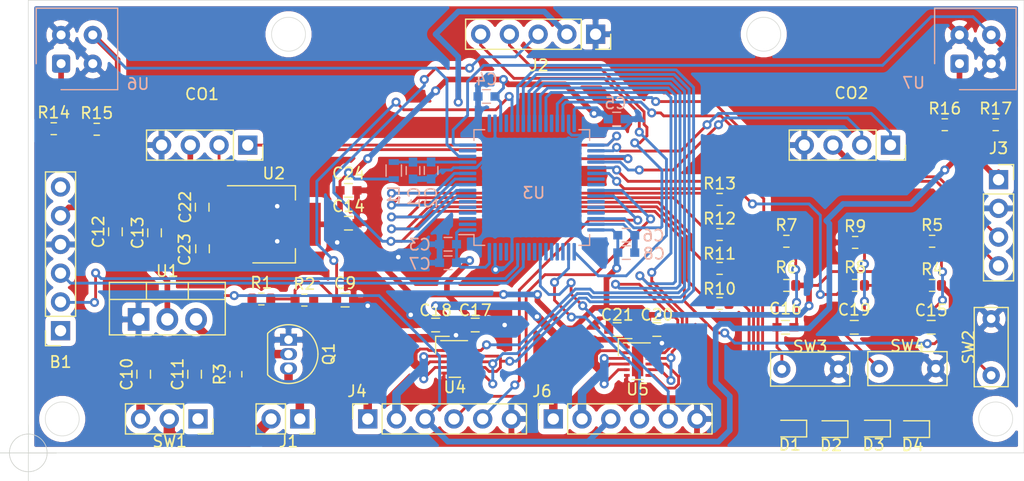
<source format=kicad_pcb>
(kicad_pcb (version 20171130) (host pcbnew "(5.1.9)-1")
  (layers (0 F.Cu signal) (31 B.Cu signal) (34 B.Paste user) (35 F.Paste user) (36 B.SilkS user) (37 F.SilkS user) (38 B.Mask user) (39 F.Mask user) (44 Edge.Cuts user))
  (net 0 "")
  (net 1 BT_RX)
  (net 2 BT_TX)
  (net 3 GND)
  (net 4 CB_out1)
  (net 5 "Net-(C1-Pad1)")
  (net 6 +3V3)
  (net 7 Battery_V)
  (net 8 +7.5V)
  (net 9 "Net-(C15-Pad1)")
  (net 10 Reset)
  (net 11 Button1)
  (net 12 "Net-(C16-Pad1)")
  (net 13 "Net-(C19-Pad1)")
  (net 14 Button2)
  (net 15 CO_out1)
  (net 16 CO_enb1)
  (net 17 CO_enb2)
  (net 18 CO_out2)
  (net 19 "Net-(D1-Pad2)")
  (net 20 "Net-(D2-Pad2)")
  (net 21 "Net-(D3-Pad2)")
  (net 22 "Net-(D4-Pad2)")
  (net 23 "Net-(J1-Pad2)")
  (net 24 SYS_JTMS-SWDIO)
  (net 25 SYS_JTCK-SWCLK)
  (net 26 Extra_TX)
  (net 27 Extra_RX)
  (net 28 "Net-(J4-Pad1)")
  (net 29 "Net-(J4-Pad2)")
  (net 30 OUTA_EnkoderL)
  (net 31 OUTB_EnkoderL)
  (net 32 OUTB_EnkoderR)
  (net 33 OUTA_EnkoderR)
  (net 34 "Net-(J6-Pad2)")
  (net 35 "Net-(J6-Pad1)")
  (net 36 "Net-(Q1-Pad2)")
  (net 37 LED1)
  (net 38 LED2)
  (net 39 LED3)
  (net 40 LED4)
  (net 41 "Net-(R14-Pad2)")
  (net 42 "Net-(R16-Pad2)")
  (net 43 PWM_L_IN1)
  (net 44 PWM_L_IN2)
  (net 45 L_MODE)
  (net 46 R_MODE)
  (net 47 PWM_R_IN1)
  (net 48 PWM_R_IN2)
  (net 49 +5V)
  (net 50 CB_out2)
  (net 51 "Net-(J1-Pad1)")
  (module footprints_helenowiak:button_mono (layer F.Cu) (at 147.7 152.55 180)
    (fp_text reference SW4 (at 0 2) (layer F.SilkS))
    (fp_text value button2)
    (pad 2 thru_hole circle (at 2.5 0 180) (size 1.524 1.524) (drill 0.762) (layers *.Cu *.Mask) (net 14 Button2))
    (pad 1 thru_hole circle (at -2.5 0 180) (size 1.524 1.524) (drill 0.762) (layers *.Cu *.Mask) (net 3 GND))
  )
  (module Capacitors_SMD:C_0603 (layer B.Cu) (at 104 135.05 270)
    (fp_text reference C1 (at 2.4 -0.1 270) (layer B.SilkS) (effects (justify mirror)))
    (fp_text value 100n)
    (pad 1 smd rect (at -0.75 0 270) (size 0.8 0.75) (layers B.Cu B.Paste B.Mask) (net 5 "Net-(C1-Pad1)"))
    (pad 2 smd rect (at 0.75 0 270) (size 0.8 0.75) (layers B.Cu B.Paste B.Mask) (net 3 GND))
  )
  (module Capacitors_SMD:C_0603 (layer F.Cu) (at 109.5 148.7 180)
    (fp_text reference C17 (at 0 1.3) (layer F.SilkS))
    (fp_text value 0.1uF)
    (pad 2 smd rect (at 0.75 0 180) (size 0.8 0.75) (layers F.Cu F.Paste F.Mask) (net 6 +3V3))
    (pad 1 smd rect (at -0.75 0 180) (size 0.8 0.75) (layers F.Cu F.Paste F.Mask) (net 3 GND))
  )
  (module Capacitors_SMD:C_0603 (layer F.Cu) (at 81.16 140.55 90)
    (fp_text reference C13 (at 0 -1.5 90) (layer F.SilkS))
    (fp_text value 100nF)
    (pad 2 smd rect (at 0.75 0 90) (size 0.8 0.75) (layers F.Cu F.Paste F.Mask) (net 3 GND))
    (pad 1 smd rect (at -0.75 0 90) (size 0.8 0.75) (layers F.Cu F.Paste F.Mask) (net 49 +5V))
  )
  (module Connector_PinSocket_2.54mm:PinSocket_1x06_P2.54mm_Vertical (layer F.Cu) (at 72.85 149.2 180)
    (fp_text reference B1 (at 0 -2.77) (layer F.SilkS))
    (fp_text value HC-06)
    (pad 1 thru_hole rect (at 0 0 180) (size 1.7 1.7) (drill 1) (layers *.Cu *.Mask))
    (pad 2 thru_hole oval (at 0 2.54 180) (size 1.7 1.7) (drill 1) (layers *.Cu *.Mask) (net 1 BT_RX))
    (pad 3 thru_hole oval (at 0 5.08 180) (size 1.7 1.7) (drill 1) (layers *.Cu *.Mask) (net 2 BT_TX))
    (pad 4 thru_hole oval (at 0 7.62 180) (size 1.7 1.7) (drill 1) (layers *.Cu *.Mask) (net 3 GND))
    (pad 5 thru_hole oval (at 0 10.16 180) (size 1.7 1.7) (drill 1) (layers *.Cu *.Mask) (net 49 +5V))
    (pad 6 thru_hole oval (at 0 12.7 180) (size 1.7 1.7) (drill 1) (layers *.Cu *.Mask))
  )
  (module Capacitors_SMD:C_0603 (layer B.Cu) (at 105.6 135.04 270)
    (fp_text reference C2 (at 2.41 0 270) (layer B.SilkS) (effects (justify mirror)))
    (fp_text value 1u)
    (pad 2 smd rect (at 0.75 0 270) (size 0.8 0.75) (layers B.Cu B.Paste B.Mask) (net 3 GND))
    (pad 1 smd rect (at -0.75 0 270) (size 0.8 0.75) (layers B.Cu B.Paste B.Mask) (net 5 "Net-(C1-Pad1)"))
  )
  (module Capacitors_SMD:C_0603 (layer B.Cu) (at 107.1 141.56 180)
    (fp_text reference C3 (at 2.5 -0.04) (layer B.SilkS) (effects (justify mirror)))
    (fp_text value 4u7)
    (pad 2 smd rect (at 0.75 0 180) (size 0.8 0.75) (layers B.Cu B.Paste B.Mask) (net 3 GND))
    (pad 1 smd rect (at -0.75 0 180) (size 0.8 0.75) (layers B.Cu B.Paste B.Mask) (net 6 +3V3))
  )
  (module Capacitors_SMD:C_0603 (layer B.Cu) (at 110.5 128.5 180)
    (fp_text reference C4 (at 0 1.5) (layer B.SilkS) (effects (justify mirror)))
    (fp_text value 100n)
    (pad 1 smd rect (at -0.75 0 180) (size 0.8 0.75) (layers B.Cu B.Paste B.Mask) (net 6 +3V3))
    (pad 2 smd rect (at 0.75 0 180) (size 0.8 0.75) (layers B.Cu B.Paste B.Mask) (net 3 GND))
  )
  (module Capacitors_SMD:C_0603 (layer B.Cu) (at 122 130.5)
    (fp_text reference C5 (at -0.1 -1.4) (layer B.SilkS) (effects (justify mirror)))
    (fp_text value 100n)
    (pad 2 smd rect (at 0.75 0) (size 0.8 0.75) (layers B.Cu B.Paste B.Mask) (net 3 GND))
    (pad 1 smd rect (at -0.75 0) (size 0.8 0.75) (layers B.Cu B.Paste B.Mask) (net 6 +3V3))
  )
  (module Capacitors_SMD:C_0603 (layer B.Cu) (at 122.85 140.76)
    (fp_text reference C6 (at 2.4 0.04 180) (layer B.SilkS) (effects (justify mirror)))
    (fp_text value 100n)
    (pad 1 smd rect (at -0.75 0) (size 0.8 0.75) (layers B.Cu B.Paste B.Mask) (net 6 +3V3))
    (pad 2 smd rect (at 0.75 0) (size 0.8 0.75) (layers B.Cu B.Paste B.Mask) (net 3 GND))
  )
  (module Capacitors_SMD:C_0603 (layer B.Cu) (at 107.1 143.2 180)
    (fp_text reference C7 (at 2.5 -0.1) (layer B.SilkS) (effects (justify mirror)))
    (fp_text value 100n)
    (pad 2 smd rect (at 0.75 0 180) (size 0.8 0.75) (layers B.Cu B.Paste B.Mask) (net 3 GND))
    (pad 1 smd rect (at -0.75 0 180) (size 0.8 0.75) (layers B.Cu B.Paste B.Mask) (net 6 +3V3))
  )
  (module Capacitors_SMD:C_0603 (layer B.Cu) (at 122.85 142.3)
    (fp_text reference C8 (at 2.45 0.1) (layer B.SilkS) (effects (justify mirror)))
    (fp_text value 100n)
    (pad 2 smd rect (at 0.75 0) (size 0.8 0.75) (layers B.Cu B.Paste B.Mask) (net 3 GND))
    (pad 1 smd rect (at -0.75 0) (size 0.8 0.75) (layers B.Cu B.Paste B.Mask) (net 6 +3V3))
  )
  (module Capacitors_SMD:C_0603 (layer F.Cu) (at 98 146.5)
    (fp_text reference C9 (at 0 -1.5) (layer F.SilkS))
    (fp_text value 10uF)
    (pad 2 smd rect (at 0.75 0) (size 0.8 0.75) (layers F.Cu F.Paste F.Mask) (net 3 GND))
    (pad 1 smd rect (at -0.75 0) (size 0.8 0.75) (layers F.Cu F.Paste F.Mask) (net 7 Battery_V))
  )
  (module Capacitors_SMD:C_0603 (layer F.Cu) (at 80.2 153.05 90)
    (fp_text reference C10 (at 0 -1.5 90) (layer F.SilkS))
    (fp_text value 100nF)
    (pad 2 smd rect (at 0.75 0 90) (size 0.8 0.75) (layers F.Cu F.Paste F.Mask) (net 3 GND))
    (pad 1 smd rect (at -0.75 0 90) (size 0.8 0.75) (layers F.Cu F.Paste F.Mask) (net 8 +7.5V))
  )
  (module Capacitors_SMD:C_0603 (layer F.Cu) (at 84.7 153.05 90)
    (fp_text reference C11 (at 0 -1.5 90) (layer F.SilkS))
    (fp_text value 10uF)
    (pad 1 smd rect (at -0.75 0 90) (size 0.8 0.75) (layers F.Cu F.Paste F.Mask) (net 8 +7.5V))
    (pad 2 smd rect (at 0.75 0 90) (size 0.8 0.75) (layers F.Cu F.Paste F.Mask) (net 3 GND))
  )
  (module Capacitors_SMD:C_0603 (layer F.Cu) (at 77.7 140.46 90)
    (fp_text reference C12 (at 0 -1.5 90) (layer F.SilkS))
    (fp_text value 10uF)
    (pad 1 smd rect (at -0.75 0 90) (size 0.8 0.75) (layers F.Cu F.Paste F.Mask) (net 49 +5V))
    (pad 2 smd rect (at 0.75 0 90) (size 0.8 0.75) (layers F.Cu F.Paste F.Mask) (net 3 GND))
  )
  (module Capacitors_SMD:C_0603 (layer F.Cu) (at 98.3 139.7)
    (fp_text reference C14 (at 0 -1.5) (layer F.SilkS))
    (fp_text value 10uF)
    (pad 1 smd rect (at -0.75 0) (size 0.8 0.75) (layers F.Cu F.Paste F.Mask) (net 6 +3V3))
    (pad 2 smd rect (at 0.75 0) (size 0.8 0.75) (layers F.Cu F.Paste F.Mask) (net 3 GND))
  )
  (module Capacitors_SMD:C_0603 (layer F.Cu) (at 149.8 148.9)
    (fp_text reference C15 (at 0 -1.5) (layer F.SilkS))
    (fp_text value 100n)
    (pad 1 smd rect (at -0.75 0) (size 0.8 0.75) (layers F.Cu F.Paste F.Mask) (net 9 "Net-(C15-Pad1)"))
    (pad 2 smd rect (at 0.75 0) (size 0.8 0.75) (layers F.Cu F.Paste F.Mask) (net 10 Reset))
  )
  (module Capacitors_SMD:C_0603 (layer F.Cu) (at 136.92 148.9 180)
    (fp_text reference C16 (at 0 1.65) (layer F.SilkS))
    (fp_text value 100n)
    (pad 2 smd rect (at 0.75 0 180) (size 0.8 0.75) (layers F.Cu F.Paste F.Mask) (net 11 Button1))
    (pad 1 smd rect (at -0.75 0 180) (size 0.8 0.75) (layers F.Cu F.Paste F.Mask) (net 12 "Net-(C16-Pad1)"))
  )
  (module Capacitors_SMD:C_0603 (layer F.Cu) (at 106 148.7 180)
    (fp_text reference C18 (at 0 1.3) (layer F.SilkS))
    (fp_text value 0.1uF)
    (pad 1 smd rect (at -0.75 0 180) (size 0.8 0.75) (layers F.Cu F.Paste F.Mask) (net 8 +7.5V))
    (pad 2 smd rect (at 0.75 0 180) (size 0.8 0.75) (layers F.Cu F.Paste F.Mask) (net 3 GND))
  )
  (module Capacitors_SMD:C_0603 (layer F.Cu) (at 143 148.9 180)
    (fp_text reference C19 (at 0 1.55) (layer F.SilkS))
    (fp_text value 100n)
    (pad 1 smd rect (at -0.75 0 180) (size 0.8 0.75) (layers F.Cu F.Paste F.Mask) (net 13 "Net-(C19-Pad1)"))
    (pad 2 smd rect (at 0.75 0 180) (size 0.8 0.75) (layers F.Cu F.Paste F.Mask) (net 14 Button2))
  )
  (module Capacitors_SMD:C_0603 (layer F.Cu) (at 125.55 149.1 180)
    (fp_text reference C20 (at 0 1.3) (layer F.SilkS))
    (fp_text value 0.1uF)
    (pad 2 smd rect (at 0.75 0 180) (size 0.8 0.75) (layers F.Cu F.Paste F.Mask) (net 6 +3V3))
    (pad 1 smd rect (at -0.75 0 180) (size 0.8 0.75) (layers F.Cu F.Paste F.Mask) (net 3 GND))
  )
  (module Capacitors_SMD:C_0603 (layer F.Cu) (at 122.05 149.1 180)
    (fp_text reference C21 (at 0 1.3) (layer F.SilkS))
    (fp_text value 0.1uF)
    (pad 1 smd rect (at -0.75 0 180) (size 0.8 0.75) (layers F.Cu F.Paste F.Mask) (net 8 +7.5V))
    (pad 2 smd rect (at 0.75 0 180) (size 0.8 0.75) (layers F.Cu F.Paste F.Mask) (net 3 GND))
  )
  (module Capacitors_SMD:C_0603 (layer F.Cu) (at 85.37 138.29 90)
    (fp_text reference C22 (at 0 -1.5 90) (layer F.SilkS))
    (fp_text value 100nF)
    (pad 2 smd rect (at 0.75 0 90) (size 0.8 0.75) (layers F.Cu F.Paste F.Mask) (net 3 GND))
    (pad 1 smd rect (at -0.75 0 90) (size 0.8 0.75) (layers F.Cu F.Paste F.Mask) (net 49 +5V))
  )
  (module Capacitors_SMD:C_0603 (layer F.Cu) (at 85.4 141.96 270)
    (fp_text reference C23 (at 0.07 1.59 90) (layer F.SilkS))
    (fp_text value 10uF)
    (pad 2 smd rect (at 0.75 0 270) (size 0.8 0.75) (layers F.Cu F.Paste F.Mask) (net 3 GND))
    (pad 1 smd rect (at -0.75 0 270) (size 0.8 0.75) (layers F.Cu F.Paste F.Mask) (net 49 +5V))
  )
  (module Capacitors_SMD:C_0603 (layer F.Cu) (at 98.3 136.8)
    (fp_text reference C24 (at 0 -1.5) (layer F.SilkS))
    (fp_text value 100nF)
    (pad 2 smd rect (at 0.75 0) (size 0.8 0.75) (layers F.Cu F.Paste F.Mask) (net 3 GND))
    (pad 1 smd rect (at -0.75 0) (size 0.8 0.75) (layers F.Cu F.Paste F.Mask) (net 6 +3V3))
  )
  (module Connector_PinSocket_2.54mm:PinSocket_1x04_P2.54mm_Vertical (layer F.Cu) (at 89.4 132.8 270)
    (fp_text reference CO1 (at -4.5 4.05 180) (layer F.SilkS))
    (fp_text value Czujnik_Polulu2578)
    (pad 1 thru_hole rect (at 0 0 270) (size 1.7 1.7) (drill 1) (layers *.Cu *.Mask) (net 16 CO_enb1))
    (pad 2 thru_hole oval (at 0 2.54 270) (size 1.7 1.7) (drill 1) (layers *.Cu *.Mask) (net 15 CO_out1))
    (pad 3 thru_hole oval (at 0 5.08 270) (size 1.7 1.7) (drill 1) (layers *.Cu *.Mask) (net 49 +5V))
    (pad 4 thru_hole oval (at 0 7.62 270) (size 1.7 1.7) (drill 1) (layers *.Cu *.Mask) (net 3 GND))
  )
  (module Connector_PinSocket_2.54mm:PinSocket_1x04_P2.54mm_Vertical (layer F.Cu) (at 146.2 132.8 270)
    (fp_text reference CO2 (at -4.6 3.45 180) (layer F.SilkS))
    (fp_text value Czujnik_Polulu2578)
    (pad 4 thru_hole oval (at 0 7.62 270) (size 1.7 1.7) (drill 1) (layers *.Cu *.Mask) (net 3 GND))
    (pad 3 thru_hole oval (at 0 5.08 270) (size 1.7 1.7) (drill 1) (layers *.Cu *.Mask) (net 49 +5V))
    (pad 2 thru_hole oval (at 0 2.54 270) (size 1.7 1.7) (drill 1) (layers *.Cu *.Mask) (net 18 CO_out2))
    (pad 1 thru_hole rect (at 0 0 270) (size 1.7 1.7) (drill 1) (layers *.Cu *.Mask) (net 17 CO_enb2))
  )
  (module LED_SMD:LED_0603_1608Metric (layer F.Cu) (at 137.304999 157.854999 180)
    (fp_text reference D1 (at 0 -1.43) (layer F.SilkS))
    (fp_text value LED)
    (pad 1 smd roundrect (at -0.7875 0 180) (size 0.875 0.95) (layers F.Cu F.Paste F.Mask) (net 3 GND))
    (pad 2 smd roundrect (at 0.7875 0 180) (size 0.875 0.95) (layers F.Cu F.Paste F.Mask) (net 19 "Net-(D1-Pad2)"))
  )
  (module LED_SMD:LED_0603_1608Metric (layer F.Cu) (at 140.95 157.9 180)
    (fp_text reference D2 (at 0 -1.43) (layer F.SilkS))
    (fp_text value LED)
    (pad 1 smd roundrect (at -0.7875 0 180) (size 0.875 0.95) (layers F.Cu F.Paste F.Mask) (net 3 GND))
    (pad 2 smd roundrect (at 0.7875 0 180) (size 0.875 0.95) (layers F.Cu F.Paste F.Mask) (net 20 "Net-(D2-Pad2)"))
  )
  (module LED_SMD:LED_0603_1608Metric (layer F.Cu) (at 144.704999 157.854999 180)
    (fp_text reference D3 (at 0 -1.43) (layer F.SilkS))
    (fp_text value LED)
    (pad 2 smd roundrect (at 0.7875 0 180) (size 0.875 0.95) (layers F.Cu F.Paste F.Mask) (net 21 "Net-(D3-Pad2)"))
    (pad 1 smd roundrect (at -0.7875 0 180) (size 0.875 0.95) (layers F.Cu F.Paste F.Mask) (net 3 GND))
  )
  (module LED_SMD:LED_0603_1608Metric (layer F.Cu) (at 148.1625 157.9 180)
    (fp_text reference D4 (at 0 -1.43) (layer F.SilkS))
    (fp_text value LED)
    (pad 2 smd roundrect (at 0.7875 0 180) (size 0.875 0.95) (layers F.Cu F.Paste F.Mask) (net 22 "Net-(D4-Pad2)"))
    (pad 1 smd roundrect (at -0.7875 0 180) (size 0.875 0.95) (layers F.Cu F.Paste F.Mask) (net 3 GND))
  )
  (module Connector_PinSocket_2.54mm:PinSocket_1x02_P2.54mm_Vertical (layer F.Cu) (at 94 157 270)
    (fp_text reference J1 (at 2 1 180) (layer F.SilkS))
    (fp_text value Vin)
    (pad 1 thru_hole rect (at 0 0 270) (size 1.7 1.7) (drill 1) (layers *.Cu *.Mask) (net 51 "Net-(J1-Pad1)"))
    (pad 2 thru_hole oval (at 0 2.54 270) (size 1.7 1.7) (drill 1) (layers *.Cu *.Mask) (net 23 "Net-(J1-Pad2)"))
  )
  (module Connector_PinSocket_2.54mm:PinSocket_1x05_P2.54mm_Vertical (layer F.Cu) (at 120.14 123 270)
    (fp_text reference J2 (at 2.75 5 180) (layer F.SilkS))
    (fp_text value Conn_programator)
    (pad 5 thru_hole oval (at 0 10.16 270) (size 1.7 1.7) (drill 1) (layers *.Cu *.Mask) (net 25 SYS_JTCK-SWCLK))
    (pad 4 thru_hole oval (at 0 7.62 270) (size 1.7 1.7) (drill 1) (layers *.Cu *.Mask) (net 24 SYS_JTMS-SWDIO))
    (pad 3 thru_hole oval (at 0 5.08 270) (size 1.7 1.7) (drill 1) (layers *.Cu *.Mask) (net 10 Reset))
    (pad 2 thru_hole oval (at 0 2.54 270) (size 1.7 1.7) (drill 1) (layers *.Cu *.Mask) (net 6 +3V3))
    (pad 1 thru_hole rect (at 0 0 270) (size 1.7 1.7) (drill 1) (layers *.Cu *.Mask) (net 3 GND))
  )
  (module Connector_PinSocket_2.54mm:PinSocket_1x04_P2.54mm_Vertical (layer F.Cu) (at 155.75 135.85)
    (fp_text reference J3 (at 0 -2.77) (layer F.SilkS))
    (fp_text value Conn_extraUART)
    (pad 1 thru_hole rect (at 0 0) (size 1.7 1.7) (drill 1) (layers *.Cu *.Mask) (net 49 +5V))
    (pad 2 thru_hole oval (at 0 2.54) (size 1.7 1.7) (drill 1) (layers *.Cu *.Mask) (net 3 GND))
    (pad 3 thru_hole oval (at 0 5.08) (size 1.7 1.7) (drill 1) (layers *.Cu *.Mask) (net 26 Extra_TX))
    (pad 4 thru_hole oval (at 0 7.62) (size 1.7 1.7) (drill 1) (layers *.Cu *.Mask) (net 27 Extra_RX))
  )
  (module Connector_PinSocket_2.54mm:PinSocket_1x06_P2.54mm_Vertical (layer F.Cu) (at 100 157 90)
    (fp_text reference J4 (at 2.45 -0.95 180) (layer F.SilkS))
    (fp_text value EnkoderL)
    (pad 6 thru_hole oval (at 0 12.7 90) (size 1.7 1.7) (drill 1) (layers *.Cu *.Mask) (net 3 GND))
    (pad 5 thru_hole oval (at 0 10.16 90) (size 1.7 1.7) (drill 1) (layers *.Cu *.Mask) (net 31 OUTB_EnkoderL))
    (pad 4 thru_hole oval (at 0 7.62 90) (size 1.7 1.7) (drill 1) (layers *.Cu *.Mask) (net 30 OUTA_EnkoderL))
    (pad 3 thru_hole oval (at 0 5.08 90) (size 1.7 1.7) (drill 1) (layers *.Cu *.Mask) (net 49 +5V))
    (pad 2 thru_hole oval (at 0 2.54 90) (size 1.7 1.7) (drill 1) (layers *.Cu *.Mask) (net 29 "Net-(J4-Pad2)"))
    (pad 1 thru_hole rect (at 0 0 90) (size 1.7 1.7) (drill 1) (layers *.Cu *.Mask) (net 28 "Net-(J4-Pad1)"))
  )
  (module Connector_PinSocket_2.54mm:PinSocket_1x06_P2.54mm_Vertical (layer F.Cu) (at 116.4 157 90)
    (fp_text reference J6 (at 2.45 -1 180) (layer F.SilkS))
    (fp_text value EnkoderR)
    (pad 1 thru_hole rect (at 0 0 90) (size 1.7 1.7) (drill 1) (layers *.Cu *.Mask) (net 35 "Net-(J6-Pad1)"))
    (pad 2 thru_hole oval (at 0 2.54 90) (size 1.7 1.7) (drill 1) (layers *.Cu *.Mask) (net 34 "Net-(J6-Pad2)"))
    (pad 3 thru_hole oval (at 0 5.08 90) (size 1.7 1.7) (drill 1) (layers *.Cu *.Mask) (net 49 +5V))
    (pad 4 thru_hole oval (at 0 7.62 90) (size 1.7 1.7) (drill 1) (layers *.Cu *.Mask) (net 33 OUTA_EnkoderR))
    (pad 5 thru_hole oval (at 0 10.16 90) (size 1.7 1.7) (drill 1) (layers *.Cu *.Mask) (net 32 OUTB_EnkoderR))
    (pad 6 thru_hole oval (at 0 12.7 90) (size 1.7 1.7) (drill 1) (layers *.Cu *.Mask) (net 3 GND))
  )
  (module Inductors_SMD:L_0603 (layer B.Cu) (at 102.3 135.05 270)
    (fp_text reference L1 (at 2.2 0 270) (layer B.SilkS) (effects (justify mirror)))
    (fp_text value 10u)
    (pad 2 smd rect (at 0.75 0 270) (size 0.5 0.9) (layers B.Cu B.Paste B.Mask) (net 6 +3V3))
    (pad 1 smd rect (at -0.75 0 270) (size 0.5 0.9) (layers B.Cu B.Paste B.Mask) (net 5 "Net-(C1-Pad1)"))
  )
  (module Package_TO_SOT_THT:TO-92_Inline (layer F.Cu) (at 93 150 270)
    (fp_text reference Q1 (at 1.27 -3.56 90) (layer F.SilkS))
    (fp_text value BS170)
    (pad 2 thru_hole oval (at 1.27 0 270) (size 1.05 1.5) (drill 0.75) (layers *.Cu *.Mask) (net 36 "Net-(Q1-Pad2)"))
    (pad 3 thru_hole oval (at 2.54 0 270) (size 1.05 1.5) (drill 0.75) (layers *.Cu *.Mask) (net 51 "Net-(J1-Pad1)"))
    (pad 1 thru_hole rect (at 0 0 270) (size 1.05 1.5) (drill 0.75) (layers *.Cu *.Mask) (net 3 GND))
  )
  (module Resistor_SMD:R_0603_1608Metric (layer F.Cu) (at 90.6 146.4)
    (fp_text reference R1 (at 0 -1.43) (layer F.SilkS))
    (fp_text value 100k)
    (pad 2 smd roundrect (at 0.825 0) (size 0.8 0.95) (layers F.Cu F.Paste F.Mask) (net 7 Battery_V))
    (pad 1 smd roundrect (at -0.825 0) (size 0.8 0.95) (layers F.Cu F.Paste F.Mask) (net 8 +7.5V))
  )
  (module Resistor_SMD:R_0603_1608Metric (layer F.Cu) (at 94.4 146.5)
    (fp_text reference R2 (at 0 -1.43) (layer F.SilkS))
    (fp_text value 47k)
    (pad 2 smd roundrect (at 0.825 0) (size 0.8 0.95) (layers F.Cu F.Paste F.Mask) (net 3 GND))
    (pad 1 smd roundrect (at -0.825 0) (size 0.8 0.95) (layers F.Cu F.Paste F.Mask) (net 7 Battery_V))
  )
  (module Resistor_SMD:R_0603_1608Metric (layer F.Cu) (at 88.35 153.05 90)
    (fp_text reference R3 (at 0 -1.43 90) (layer F.SilkS))
    (fp_text value 1K)
    (pad 1 smd roundrect (at -0.825 0 90) (size 0.8 0.95) (layers F.Cu F.Paste F.Mask) (net 8 +7.5V))
    (pad 2 smd roundrect (at 0.825 0 90) (size 0.8 0.95) (layers F.Cu F.Paste F.Mask) (net 36 "Net-(Q1-Pad2)"))
  )
  (module Resistor_SMD:R_0603_1608Metric (layer F.Cu) (at 149.88 145.2)
    (fp_text reference R4 (at 0 -1.43) (layer F.SilkS))
    (fp_text value 4k7)
    (pad 2 smd roundrect (at 0.825 0) (size 0.8 0.95) (layers F.Cu F.Paste F.Mask) (net 10 Reset))
    (pad 1 smd roundrect (at -0.825 0) (size 0.8 0.95) (layers F.Cu F.Paste F.Mask) (net 6 +3V3))
  )
  (module Resistor_SMD:R_0603_1608Metric (layer F.Cu) (at 149.88 141.3)
    (fp_text reference R5 (at 0 -1.43) (layer F.SilkS))
    (fp_text value 100R)
    (pad 2 smd roundrect (at 0.825 0) (size 0.8 0.95) (layers F.Cu F.Paste F.Mask) (net 9 "Net-(C15-Pad1)"))
    (pad 1 smd roundrect (at -0.825 0) (size 0.8 0.95) (layers F.Cu F.Paste F.Mask) (net 3 GND))
  )
  (module Resistor_SMD:R_0603_1608Metric (layer F.Cu) (at 137 145.2 180)
    (fp_text reference R6 (at 0 1.6) (layer F.SilkS))
    (fp_text value 4k7)
    (pad 1 smd roundrect (at -0.825 0 180) (size 0.8 0.95) (layers F.Cu F.Paste F.Mask) (net 6 +3V3))
    (pad 2 smd roundrect (at 0.825 0 180) (size 0.8 0.95) (layers F.Cu F.Paste F.Mask) (net 11 Button1))
  )
  (module Resistor_SMD:R_0603_1608Metric (layer F.Cu) (at 137 141.3)
    (fp_text reference R7 (at 0 -1.43) (layer F.SilkS))
    (fp_text value 100R)
    (pad 1 smd roundrect (at -0.825 0) (size 0.8 0.95) (layers F.Cu F.Paste F.Mask) (net 3 GND))
    (pad 2 smd roundrect (at 0.825 0) (size 0.8 0.95) (layers F.Cu F.Paste F.Mask) (net 12 "Net-(C16-Pad1)"))
  )
  (module Resistor_SMD:R_0603_1608Metric (layer F.Cu) (at 143.08 145.2 180)
    (fp_text reference R8 (at 0 1.6) (layer F.SilkS))
    (fp_text value 4k7)
    (pad 1 smd roundrect (at -0.825 0 180) (size 0.8 0.95) (layers F.Cu F.Paste F.Mask) (net 6 +3V3))
    (pad 2 smd roundrect (at 0.825 0 180) (size 0.8 0.95) (layers F.Cu F.Paste F.Mask) (net 14 Button2))
  )
  (module Resistor_SMD:R_0603_1608Metric (layer F.Cu) (at 143.08 141.4)
    (fp_text reference R9 (at 0 -1.43) (layer F.SilkS))
    (fp_text value 100R)
    (pad 2 smd roundrect (at 0.825 0) (size 0.8 0.95) (layers F.Cu F.Paste F.Mask) (net 13 "Net-(C19-Pad1)"))
    (pad 1 smd roundrect (at -0.825 0) (size 0.8 0.95) (layers F.Cu F.Paste F.Mask) (net 3 GND))
  )
  (module Resistor_SMD:R_0603_1608Metric (layer F.Cu) (at 131.1 146.8 180)
    (fp_text reference R10 (at 0 1.3) (layer F.SilkS))
    (fp_text value 220R)
    (pad 1 smd roundrect (at -0.825 0 180) (size 0.8 0.95) (layers F.Cu F.Paste F.Mask) (net 19 "Net-(D1-Pad2)"))
    (pad 2 smd roundrect (at 0.825 0 180) (size 0.8 0.95) (layers F.Cu F.Paste F.Mask) (net 37 LED1))
  )
  (module Resistor_SMD:R_0603_1608Metric (layer F.Cu) (at 131.1 143.7 180)
    (fp_text reference R11 (at 0 1.3) (layer F.SilkS))
    (fp_text value 220R)
    (pad 2 smd roundrect (at 0.825 0 180) (size 0.8 0.95) (layers F.Cu F.Paste F.Mask) (net 38 LED2))
    (pad 1 smd roundrect (at -0.825 0 180) (size 0.8 0.95) (layers F.Cu F.Paste F.Mask) (net 20 "Net-(D2-Pad2)"))
  )
  (module Resistor_SMD:R_0603_1608Metric (layer F.Cu) (at 131.1 140.7 180)
    (fp_text reference R12 (at 0 1.4) (layer F.SilkS))
    (fp_text value 220R)
    (pad 1 smd roundrect (at -0.825 0 180) (size 0.8 0.95) (layers F.Cu F.Paste F.Mask) (net 21 "Net-(D3-Pad2)"))
    (pad 2 smd roundrect (at 0.825 0 180) (size 0.8 0.95) (layers F.Cu F.Paste F.Mask) (net 39 LED3))
  )
  (module Resistor_SMD:R_0603_1608Metric (layer F.Cu) (at 131.1 137.6 180)
    (fp_text reference R13 (at 0 1.4) (layer F.SilkS))
    (fp_text value 220R)
    (pad 2 smd roundrect (at 0.825 0 180) (size 0.8 0.95) (layers F.Cu F.Paste F.Mask) (net 40 LED4))
    (pad 1 smd roundrect (at -0.825 0 180) (size 0.8 0.95) (layers F.Cu F.Paste F.Mask) (net 22 "Net-(D4-Pad2)"))
  )
  (module Resistor_SMD:R_0603_1608Metric (layer F.Cu) (at 72.25 131.35)
    (fp_text reference R14 (at 0 -1.43) (layer F.SilkS))
    (fp_text value 200R)
    (pad 2 smd roundrect (at 0.825 0) (size 0.8 0.95) (layers F.Cu F.Paste F.Mask) (net 41 "Net-(R14-Pad2)"))
    (pad 1 smd roundrect (at -0.825 0) (size 0.8 0.95) (layers F.Cu F.Paste F.Mask) (net 49 +5V))
  )
  (module Resistor_SMD:R_0603_1608Metric (layer F.Cu) (at 76.05 131.4)
    (fp_text reference R15 (at 0 -1.43) (layer F.SilkS))
    (fp_text value 20k)
    (pad 1 smd roundrect (at -0.825 0) (size 0.8 0.95) (layers F.Cu F.Paste F.Mask) (net 49 +5V))
    (pad 2 smd roundrect (at 0.825 0) (size 0.8 0.95) (layers F.Cu F.Paste F.Mask) (net 4 CB_out1))
  )
  (module Resistor_SMD:R_0603_1608Metric (layer F.Cu) (at 151 131)
    (fp_text reference R16 (at 0 -1.43) (layer F.SilkS))
    (fp_text value 200R)
    (pad 1 smd roundrect (at -0.825 0) (size 0.8 0.95) (layers F.Cu F.Paste F.Mask) (net 49 +5V))
    (pad 2 smd roundrect (at 0.825 0) (size 0.8 0.95) (layers F.Cu F.Paste F.Mask) (net 42 "Net-(R16-Pad2)"))
  )
  (module Resistor_SMD:R_0603_1608Metric (layer F.Cu) (at 155.5 131)
    (fp_text reference R17 (at 0 -1.43) (layer F.SilkS))
    (fp_text value 20k)
    (pad 2 smd roundrect (at 0.825 0) (size 0.8 0.95) (layers F.Cu F.Paste F.Mask) (net 50 CB_out2))
    (pad 1 smd roundrect (at -0.825 0) (size 0.8 0.95) (layers F.Cu F.Paste F.Mask) (net 49 +5V))
  )
  (module Connector_PinSocket_2.54mm:PinSocket_1x03_P2.54mm_Vertical (layer F.Cu) (at 85 157 270)
    (fp_text reference SW1 (at 2 2.5 180) (layer F.SilkS))
    (fp_text value SW_SPDT)
    (pad 1 thru_hole rect (at 0 0 270) (size 1.7 1.7) (drill 1) (layers *.Cu *.Mask))
    (pad 2 thru_hole oval (at 0 2.54 270) (size 1.7 1.7) (drill 1) (layers *.Cu *.Mask) (net 23 "Net-(J1-Pad2)"))
    (pad 3 thru_hole oval (at 0 5.08 270) (size 1.7 1.7) (drill 1) (layers *.Cu *.Mask) (net 8 +7.5V))
  )
  (module footprints_helenowiak:button_mono (layer F.Cu) (at 155.1 150.65 270)
    (fp_text reference SW2 (at 0 2 90) (layer F.SilkS))
    (fp_text value Reset_button)
    (pad 1 thru_hole circle (at -2.5 0 270) (size 1.524 1.524) (drill 0.762) (layers *.Cu *.Mask) (net 3 GND))
    (pad 2 thru_hole circle (at 2.5 0 270) (size 1.524 1.524) (drill 0.762) (layers *.Cu *.Mask) (net 10 Reset))
  )
  (module footprints_helenowiak:button_mono (layer F.Cu) (at 139.1 152.6 180)
    (fp_text reference SW3 (at 0 2) (layer F.SilkS))
    (fp_text value button1)
    (pad 2 thru_hole circle (at 2.5 0 180) (size 1.524 1.524) (drill 0.762) (layers *.Cu *.Mask) (net 11 Button1))
    (pad 1 thru_hole circle (at -2.5 0 180) (size 1.524 1.524) (drill 0.762) (layers *.Cu *.Mask) (net 3 GND))
  )
  (module Package_TO_SOT_THT:TO-220-3_Vertical (layer F.Cu) (at 79.75 148.2)
    (fp_text reference U1 (at 2.54 -4.27) (layer F.SilkS))
    (fp_text value LM1117-5.0)
    (pad 1 thru_hole rect (at 0 0) (size 1.905 2) (drill 1.1) (layers *.Cu *.Mask) (net 3 GND))
    (pad 2 thru_hole oval (at 2.54 0) (size 1.905 2) (drill 1.1) (layers *.Cu *.Mask) (net 49 +5V))
    (pad 3 thru_hole oval (at 5.08 0) (size 1.905 2) (drill 1.1) (layers *.Cu *.Mask) (net 8 +7.5V))
  )
  (module Package_TO_SOT_SMD:SOT-223-3_TabPin2 (layer F.Cu) (at 91.7 139.8)
    (fp_text reference U2 (at 0 -4.5) (layer F.SilkS))
    (fp_text value LD1117S33TR_SOT223)
    (pad 2 smd rect (at 3.15 0) (size 2 3.8) (layers F.Cu F.Paste F.Mask) (net 6 +3V3))
    (pad 2 smd rect (at -3.15 0) (size 2 1.5) (layers F.Cu F.Paste F.Mask) (net 6 +3V3))
    (pad 3 smd rect (at -3.15 2.3) (size 2 1.5) (layers F.Cu F.Paste F.Mask) (net 49 +5V))
    (pad 1 smd rect (at -3.15 -2.3) (size 2 1.5) (layers F.Cu F.Paste F.Mask) (net 3 GND))
  )
  (module Package_QFP:LQFP-64_10x10mm_P0.5mm (layer B.Cu) (at 114.5 136.55)
    (fp_text reference U3 (at 0.18 0.47) (layer B.SilkS) (effects (justify mirror)))
    (fp_text value STM32F105RCTx)
    (pad 1 smd roundrect (at -5.675 3.75) (size 1.55 0.3) (layers B.Cu B.Paste B.Mask) (net 6 +3V3))
    (pad 2 smd roundrect (at -5.675 3.25) (size 1.55 0.3) (layers B.Cu B.Paste B.Mask))
    (pad 3 smd roundrect (at -5.675 2.75) (size 1.55 0.3) (layers B.Cu B.Paste B.Mask))
    (pad 4 smd roundrect (at -5.675 2.25) (size 1.55 0.3) (layers B.Cu B.Paste B.Mask))
    (pad 5 smd roundrect (at -5.675 1.75) (size 1.55 0.3) (layers B.Cu B.Paste B.Mask))
    (pad 6 smd roundrect (at -5.675 1.25) (size 1.55 0.3) (layers B.Cu B.Paste B.Mask))
    (pad 7 smd roundrect (at -5.675 0.75) (size 1.55 0.3) (layers B.Cu B.Paste B.Mask) (net 10 Reset))
    (pad 8 smd roundrect (at -5.675 0.25) (size 1.55 0.3) (layers B.Cu B.Paste B.Mask) (net 37 LED1))
    (pad 9 smd roundrect (at -5.675 -0.25) (size 1.55 0.3) (layers B.Cu B.Paste B.Mask) (net 38 LED2))
    (pad 10 smd roundrect (at -5.675 -0.75) (size 1.55 0.3) (layers B.Cu B.Paste B.Mask) (net 39 LED3))
    (pad 11 smd roundrect (at -5.675 -1.25) (size 1.55 0.3) (layers B.Cu B.Paste B.Mask) (net 40 LED4))
    (pad 12 smd roundrect (at -5.675 -1.75) (size 1.55 0.3) (layers B.Cu B.Paste B.Mask) (net 3 GND))
    (pad 13 smd roundrect (at -5.675 -2.25) (size 1.55 0.3) (layers B.Cu B.Paste B.Mask) (net 5 "Net-(C1-Pad1)"))
    (pad 14 smd roundrect (at -5.675 -2.75) (size 1.55 0.3) (layers B.Cu B.Paste B.Mask) (net 4 CB_out1))
    (pad 15 smd roundrect (at -5.675 -3.25) (size 1.55 0.3) (layers B.Cu B.Paste B.Mask))
    (pad 16 smd roundrect (at -5.675 -3.75) (size 1.55 0.3) (layers B.Cu B.Paste B.Mask) (net 50 CB_out2))
    (pad 17 smd roundrect (at -3.75 -5.675) (size 0.3 1.55) (layers B.Cu B.Paste B.Mask))
    (pad 18 smd roundrect (at -3.25 -5.675) (size 0.3 1.55) (layers B.Cu B.Paste B.Mask) (net 3 GND))
    (pad 19 smd roundrect (at -2.75 -5.675) (size 0.3 1.55) (layers B.Cu B.Paste B.Mask) (net 6 +3V3))
    (pad 20 smd roundrect (at -2.25 -5.675) (size 0.3 1.55) (layers B.Cu B.Paste B.Mask))
    (pad 21 smd roundrect (at -1.75 -5.675) (size 0.3 1.55) (layers B.Cu B.Paste B.Mask) (net 7 Battery_V))
    (pad 22 smd roundrect (at -1.25 -5.675) (size 0.3 1.55) (layers B.Cu B.Paste B.Mask) (net 43 PWM_L_IN1))
    (pad 23 smd roundrect (at -0.75 -5.675) (size 0.3 1.55) (layers B.Cu B.Paste B.Mask) (net 44 PWM_L_IN2))
    (pad 24 smd roundrect (at -0.25 -5.675) (size 0.3 1.55) (layers B.Cu B.Paste B.Mask) (net 45 L_MODE))
    (pad 25 smd roundrect (at 0.25 -5.675) (size 0.3 1.55) (layers B.Cu B.Paste B.Mask) (net 46 R_MODE))
    (pad 26 smd roundrect (at 0.75 -5.675) (size 0.3 1.55) (layers B.Cu B.Paste B.Mask) (net 47 PWM_R_IN1))
    (pad 27 smd roundrect (at 1.25 -5.675) (size 0.3 1.55) (layers B.Cu B.Paste B.Mask) (net 48 PWM_R_IN2))
    (pad 28 smd roundrect (at 1.75 -5.675) (size 0.3 1.55) (layers B.Cu B.Paste B.Mask))
    (pad 29 smd roundrect (at 2.25 -5.675) (size 0.3 1.55) (layers B.Cu B.Paste B.Mask) (net 26 Extra_TX))
    (pad 30 smd roundrect (at 2.75 -5.675) (size 0.3 1.55) (layers B.Cu B.Paste B.Mask) (net 27 Extra_RX))
    (pad 31 smd roundrect (at 3.25 -5.675) (size 0.3 1.55) (layers B.Cu B.Paste B.Mask) (net 3 GND))
    (pad 32 smd roundrect (at 3.75 -5.675) (size 0.3 1.55) (layers B.Cu B.Paste B.Mask) (net 6 +3V3))
    (pad 33 smd roundrect (at 5.675 -3.75) (size 1.55 0.3) (layers B.Cu B.Paste B.Mask) (net 16 CO_enb1))
    (pad 34 smd roundrect (at 5.675 -3.25) (size 1.55 0.3) (layers B.Cu B.Paste B.Mask) (net 17 CO_enb2))
    (pad 35 smd roundrect (at 5.675 -2.75) (size 1.55 0.3) (layers B.Cu B.Paste B.Mask) (net 15 CO_out1))
    (pad 36 smd roundrect (at 5.675 -2.25) (size 1.55 0.3) (layers B.Cu B.Paste B.Mask) (net 18 CO_out2))
    (pad 37 smd roundrect (at 5.675 -1.75) (size 1.55 0.3) (layers B.Cu B.Paste B.Mask) (net 11 Button1))
    (pad 38 smd roundrect (at 5.675 -1.25) (size 1.55 0.3) (layers B.Cu B.Paste B.Mask) (net 14 Button2))
    (pad 39 smd roundrect (at 5.675 -0.75) (size 1.55 0.3) (layers B.Cu B.Paste B.Mask))
    (pad 40 smd roundrect (at 5.675 -0.25) (size 1.55 0.3) (layers B.Cu B.Paste B.Mask))
    (pad 41 smd roundrect (at 5.675 0.25) (size 1.55 0.3) (layers B.Cu B.Paste B.Mask) (net 30 OUTA_EnkoderL))
    (pad 42 smd roundrect (at 5.675 0.75) (size 1.55 0.3) (layers B.Cu B.Paste B.Mask) (net 31 OUTB_EnkoderL))
    (pad 43 smd roundrect (at 5.675 1.25) (size 1.55 0.3) (layers B.Cu B.Paste B.Mask))
    (pad 44 smd roundrect (at 5.675 1.75) (size 1.55 0.3) (layers B.Cu B.Paste B.Mask))
    (pad 45 smd roundrect (at 5.675 2.25) (size 1.55 0.3) (layers B.Cu B.Paste B.Mask))
    (pad 46 smd roundrect (at 5.675 2.75) (size 1.55 0.3) (layers B.Cu B.Paste B.Mask) (net 24 SYS_JTMS-SWDIO))
    (pad 47 smd roundrect (at 5.675 3.25) (size 1.55 0.3) (layers B.Cu B.Paste B.Mask) (net 3 GND))
    (pad 48 smd roundrect (at 5.675 3.75) (size 1.55 0.3) (layers B.Cu B.Paste B.Mask) (net 6 +3V3))
    (pad 49 smd roundrect (at 3.75 5.675) (size 0.3 1.55) (layers B.Cu B.Paste B.Mask) (net 25 SYS_JTCK-SWCLK))
    (pad 50 smd roundrect (at 3.25 5.675) (size 0.3 1.55) (layers B.Cu B.Paste B.Mask) (net 33 OUTA_EnkoderR))
    (pad 51 smd roundrect (at 2.75 5.675) (size 0.3 1.55) (layers B.Cu B.Paste B.Mask))
    (pad 52 smd roundrect (at 2.25 5.675) (size 0.3 1.55) (layers B.Cu B.Paste B.Mask))
    (pad 53 smd roundrect (at 1.75 5.675) (size 0.3 1.55) (layers B.Cu B.Paste B.Mask))
    (pad 54 smd roundrect (at 1.25 5.675) (size 0.3 1.55) (layers B.Cu B.Paste B.Mask))
    (pad 55 smd roundrect (at 0.75 5.675) (size 0.3 1.55) (layers B.Cu B.Paste B.Mask) (net 32 OUTB_EnkoderR))
    (pad 56 smd roundrect (at 0.25 5.675) (size 0.3 1.55) (layers B.Cu B.Paste B.Mask))
    (pad 57 smd roundrect (at -0.25 5.675) (size 0.3 1.55) (layers B.Cu B.Paste B.Mask))
    (pad 58 smd roundrect (at -0.75 5.675) (size 0.3 1.55) (layers B.Cu B.Paste B.Mask) (net 2 BT_TX))
    (pad 59 smd roundrect (at -1.25 5.675) (size 0.3 1.55) (layers B.Cu B.Paste B.Mask) (net 1 BT_RX))
    (pad 60 smd roundrect (at -1.75 5.675) (size 0.3 1.55) (layers B.Cu B.Paste B.Mask) (net 3 GND))
    (pad 61 smd roundrect (at -2.25 5.675) (size 0.3 1.55) (layers B.Cu B.Paste B.Mask))
    (pad 62 smd roundrect (at -2.75 5.675) (size 0.3 1.55) (layers B.Cu B.Paste B.Mask))
    (pad 63 smd roundrect (at -3.25 5.675) (size 0.3 1.55) (layers B.Cu B.Paste B.Mask) (net 3 GND))
    (pad 64 smd roundrect (at -3.75 5.675) (size 0.3 1.55) (layers B.Cu B.Paste B.Mask) (net 6 +3V3))
  )
  (module Housings_SON:WSON-12-1EP_3x2mm_Pitch0.5mm (layer F.Cu) (at 107.7 151.7)
    (fp_text reference U4 (at 0 2.5) (layer F.SilkS))
    (fp_text value DRV8835DSSR)
    (pad 13 smd rect (at 0 -0.685) (size 0.95 1.17) (layers F.Cu F.Paste) (net 3 GND))
    (pad 13 smd rect (at 0 0.685) (size 0.95 1.17) (layers F.Cu F.Paste) (net 3 GND))
    (pad 13 smd rect (at 0 0) (size 1 2.65) (layers F.Cu F.Mask) (net 3 GND))
    (pad 12 smd rect (at 0.95 -1.25) (size 0.5 0.25) (layers F.Cu F.Paste F.Mask) (net 6 +3V3))
    (pad 11 smd rect (at 0.95 -0.75) (size 0.5 0.25) (layers F.Cu F.Paste F.Mask) (net 45 L_MODE))
    (pad 10 smd rect (at 0.95 -0.25) (size 0.5 0.25) (layers F.Cu F.Paste F.Mask) (net 43 PWM_L_IN1))
    (pad 9 smd rect (at 0.95 0.25) (size 0.5 0.25) (layers F.Cu F.Paste F.Mask) (net 44 PWM_L_IN2))
    (pad 8 smd rect (at 0.95 0.75) (size 0.5 0.25) (layers F.Cu F.Paste F.Mask) (net 43 PWM_L_IN1))
    (pad 7 smd rect (at 0.95 1.25) (size 0.5 0.25) (layers F.Cu F.Paste F.Mask) (net 44 PWM_L_IN2))
    (pad 6 smd rect (at -0.95 1.25) (size 0.5 0.25) (layers F.Cu F.Paste F.Mask) (net 3 GND))
    (pad 5 smd rect (at -0.95 0.75) (size 0.5 0.25) (layers F.Cu F.Paste F.Mask) (net 29 "Net-(J4-Pad2)"))
    (pad 4 smd rect (at -0.95 0.25) (size 0.5 0.25) (layers F.Cu F.Paste F.Mask) (net 28 "Net-(J4-Pad1)"))
    (pad 3 smd rect (at -0.95 -0.25) (size 0.5 0.25) (layers F.Cu F.Paste F.Mask) (net 29 "Net-(J4-Pad2)"))
    (pad 2 smd rect (at -0.95 -0.75) (size 0.5 0.25) (layers F.Cu F.Paste F.Mask) (net 28 "Net-(J4-Pad1)"))
    (pad 1 smd rect (at -0.95 -1.25) (size 0.5 0.25) (layers F.Cu F.Paste F.Mask) (net 8 +7.5V))
  )
  (module Package_SON:WSON-12-1EP_3x2mm_P0.5mm_EP1x2.65 (layer F.Cu) (at 123.85 151.9)
    (fp_text reference U5 (at 0 2.5) (layer F.SilkS))
    (fp_text value DRV8835DSSR)
    (pad 1 smd rect (at -0.95 -1.25) (size 0.5 0.25) (layers F.Cu F.Paste F.Mask) (net 8 +7.5V))
    (pad 2 smd rect (at -0.95 -0.75) (size 0.5 0.25) (layers F.Cu F.Paste F.Mask) (net 35 "Net-(J6-Pad1)"))
    (pad 3 smd rect (at -0.95 -0.25) (size 0.5 0.25) (layers F.Cu F.Paste F.Mask) (net 34 "Net-(J6-Pad2)"))
    (pad 4 smd rect (at -0.95 0.25) (size 0.5 0.25) (layers F.Cu F.Paste F.Mask) (net 35 "Net-(J6-Pad1)"))
    (pad 5 smd rect (at -0.95 0.75) (size 0.5 0.25) (layers F.Cu F.Paste F.Mask) (net 34 "Net-(J6-Pad2)"))
    (pad 6 smd rect (at -0.95 1.25) (size 0.5 0.25) (layers F.Cu F.Paste F.Mask) (net 3 GND))
    (pad 7 smd rect (at 0.95 1.25) (size 0.5 0.25) (layers F.Cu F.Paste F.Mask) (net 48 PWM_R_IN2))
    (pad 8 smd rect (at 0.95 0.75) (size 0.5 0.25) (layers F.Cu F.Paste F.Mask) (net 47 PWM_R_IN1))
    (pad 9 smd rect (at 0.95 0.25) (size 0.5 0.25) (layers F.Cu F.Paste F.Mask) (net 48 PWM_R_IN2))
    (pad 10 smd rect (at 0.95 -0.25) (size 0.5 0.25) (layers F.Cu F.Paste F.Mask) (net 47 PWM_R_IN1))
    (pad 11 smd rect (at 0.95 -0.75) (size 0.5 0.25) (layers F.Cu F.Paste F.Mask) (net 46 R_MODE))
    (pad 12 smd rect (at 0.95 -1.25) (size 0.5 0.25) (layers F.Cu F.Paste F.Mask) (net 6 +3V3))
    (pad 13 smd rect (at 0 0) (size 1 2.65) (layers F.Cu F.Mask) (net 3 GND))
  )
  (module OptoDevice:Vishay_CNY70 (layer B.Cu) (at 72.9 125.6)
    (fp_text reference U6 (at 6.8 1.8) (layer B.SilkS) (effects (justify mirror)))
    (fp_text value CNY70)
    (pad 1 thru_hole roundrect (at 0 0) (size 1.6 1.6) (drill 0.8) (layers *.Cu *.Mask) (roundrect_rratio 0.156) (net 41 "Net-(R14-Pad2)"))
    (pad 2 thru_hole circle (at 0 -2.54) (size 1.6 1.6) (drill 0.8) (layers *.Cu *.Mask) (net 3 GND))
    (pad 3 thru_hole circle (at 2.8 -2.54) (size 1.6 1.6) (drill 0.8) (layers *.Cu *.Mask) (net 4 CB_out1))
    (pad 4 thru_hole circle (at 2.8 0) (size 1.6 1.6) (drill 0.8) (layers *.Cu *.Mask) (net 3 GND))
  )
  (module OptoDevice:Vishay_CNY70 (layer B.Cu) (at 152.3 125.6)
    (fp_text reference U7 (at -4.05 1.7) (layer B.SilkS) (effects (justify mirror)))
    (fp_text value CNY70)
    (pad 1 thru_hole roundrect (at 0 0) (size 1.6 1.6) (drill 0.8) (layers *.Cu *.Mask) (roundrect_rratio 0.156) (net 42 "Net-(R16-Pad2)"))
    (pad 2 thru_hole circle (at 0 -2.54) (size 1.6 1.6) (drill 0.8) (layers *.Cu *.Mask) (net 3 GND))
    (pad 3 thru_hole circle (at 2.8 -2.54) (size 1.6 1.6) (drill 0.8) (layers *.Cu *.Mask) (net 50 CB_out2))
    (pad 4 thru_hole circle (at 2.8 0) (size 1.6 1.6) (drill 0.8) (layers *.Cu *.Mask) (net 3 GND))
  )
  (gr_circle (center 93 123) (end 91.5 123) (layer Edge.Cuts) (width 0.05))
  (gr_circle (center 135 123) (end 133.5 123) (layer Edge.Cuts) (width 0.05))
  (gr_circle (center 73 157) (end 73 158.5) (layer Edge.Cuts) (width 0.05))
  (gr_circle (center 155.5 157) (end 155.5 158.5) (layer Edge.Cuts) (width 0.05))
  (gr_line (start 70 120) (end 70 160) (layer Edge.Cuts) (width 0.05))
  (gr_line (start 158 120) (end 70 120) (layer Edge.Cuts) (width 0.05))
  (gr_line (start 158 160) (end 158 120) (layer Edge.Cuts) (width 0.05))
  (gr_line (start 70 160) (end 158 160) (layer Edge.Cuts) (width 0.05))
  (target plus (at 70 160) (size 5) (width 0.05) (layer Edge.Cuts))
  (target plus (at 70 160) (size 5) (width 0.05) (layer Edge.Cuts))
  (via (at 75.95 144.1) (size 0.8) (drill 0.4) (layers F.Cu B.Cu) (net 1))
  (via (at 75.85 146.7) (size 0.8) (drill 0.4) (layers F.Cu B.Cu) (net 1))
  (segment (start 75.95 146.6) (end 75.85 146.7) (width 0.25) (layer F.Cu) (net 1))
  (segment (start 75.95 144.1) (end 75.95 146.6) (width 0.25) (layer F.Cu) (net 1))
  (segment (start 72.89 146.7) (end 72.85 146.66) (width 0.25) (layer B.Cu) (net 1))
  (segment (start 75.85 146.7) (end 72.89 146.7) (width 0.25) (layer B.Cu) (net 1))
  (segment (start 76.45 144.6) (end 75.95 144.1) (width 0.25) (layer B.Cu) (net 1))
  (segment (start 113.25 143.5) (end 112.15 144.6) (width 0.25) (layer B.Cu) (net 1))
  (segment (start 113.25 142.225) (end 113.25 143.5) (width 0.25) (layer B.Cu) (net 1))
  (segment (start 112.15 144.6) (end 76.45 144.6) (width 0.25) (layer B.Cu) (net 1))
  (segment (start 72.85 144.12) (end 73.730011 145.000011) (width 0.25) (layer B.Cu) (net 2))
  (segment (start 112.315689 145.000011) (end 113.75 143.5657) (width 0.25) (layer B.Cu) (net 2))
  (segment (start 73.730011 145.000011) (end 112.315689 145.000011) (width 0.25) (layer B.Cu) (net 2))
  (segment (start 113.75 143.5657) (end 113.75 142.225) (width 0.25) (layer B.Cu) (net 2))
  (segment (start 109.594992 134.8) (end 108.825 134.8) (width 0.25) (layer B.Cu) (net 3))
  (segment (start 111.25 133.144992) (end 109.594992 134.8) (width 0.25) (layer B.Cu) (net 3))
  (segment (start 111.25 130.875) (end 111.25 133.144992) (width 0.25) (layer B.Cu) (net 3))
  (segment (start 105.6 135.79) (end 105.71 135.79) (width 0.25) (layer B.Cu) (net 3))
  (segment (start 107.584301 134.8) (end 108.825 134.8) (width 0.25) (layer B.Cu) (net 3))
  (segment (start 107.384301 135) (end 107.584301 134.8) (width 0.25) (layer B.Cu) (net 3))
  (segment (start 106.5 135) (end 107.384301 135) (width 0.25) (layer B.Cu) (net 3))
  (segment (start 105.71 135.79) (end 106.5 135) (width 0.25) (layer B.Cu) (net 3))
  (segment (start 122.675001 131.324999) (end 123.5 130.5) (width 0.25) (layer B.Cu) (net 3))
  (segment (start 123.5 130.5) (end 122.75 130.5) (width 0.25) (layer B.Cu) (net 3))
  (segment (start 122.9 153.15) (end 122.9 154.4) (width 0.25) (layer F.Cu) (net 3))
  (via (at 100 147) (size 0.8) (drill 0.4) (layers F.Cu B.Cu) (net 3))
  (segment (start 97 150) (end 100 147) (width 0.25) (layer B.Cu) (net 3))
  (segment (start 93 150) (end 97 150) (width 0.25) (layer B.Cu) (net 3))
  (segment (start 99.25 147) (end 98.75 146.5) (width 0.25) (layer F.Cu) (net 3))
  (segment (start 100 147) (end 99.25 147) (width 0.25) (layer F.Cu) (net 3))
  (segment (start 100 147) (end 99.625011 147.374989) (width 0.25) (layer F.Cu) (net 3))
  (segment (start 99.625011 147.374989) (end 96.099989 147.374989) (width 0.25) (layer F.Cu) (net 3))
  (segment (start 96.099989 147.374989) (end 95.225 146.5) (width 0.25) (layer F.Cu) (net 3))
  (segment (start 123.6 148) (end 123.85 148.25) (width 0.25) (layer F.Cu) (net 3))
  (segment (start 121.5 148) (end 123.6 148) (width 0.25) (layer F.Cu) (net 3))
  (segment (start 123.85 148.25) (end 123.85 151.9) (width 0.25) (layer F.Cu) (net 3))
  (segment (start 121.3 148.2) (end 121.5 148) (width 0.25) (layer F.Cu) (net 3))
  (segment (start 121.3 149.1) (end 121.3 148.2) (width 0.25) (layer F.Cu) (net 3))
  (via (at 126 150.3) (size 0.8) (drill 0.4) (layers F.Cu B.Cu) (net 3))
  (segment (start 126.3 150) (end 126 150.3) (width 0.25) (layer F.Cu) (net 3))
  (segment (start 126.3 149.1) (end 126.3 150) (width 0.25) (layer F.Cu) (net 3))
  (segment (start 119.67499 131.92501) (end 120.275001 131.324999) (width 0.25) (layer B.Cu) (net 3))
  (segment (start 118.02501 131.92501) (end 119.67499 131.92501) (width 0.25) (layer B.Cu) (net 3))
  (segment (start 117.75 131.65) (end 118.02501 131.92501) (width 0.25) (layer B.Cu) (net 3))
  (segment (start 117.75 130.875) (end 117.75 131.65) (width 0.25) (layer B.Cu) (net 3))
  (segment (start 120.275001 131.324999) (end 122.675001 131.324999) (width 0.25) (layer B.Cu) (net 3))
  (segment (start 119.175001 131.324999) (end 120.275001 131.324999) (width 0.25) (layer B.Cu) (net 3))
  (segment (start 99.05 136.8) (end 99.05 139.7) (width 0.25) (layer F.Cu) (net 3))
  (via (at 92 141.3) (size 0.8) (drill 0.4) (layers F.Cu B.Cu) (net 3))
  (via (at 92 138.2) (size 0.8) (drill 0.4) (layers F.Cu B.Cu) (net 3))
  (via (at 102.7 142.7) (size 0.8) (drill 0.4) (layers F.Cu B.Cu) (net 3))
  (via (at 97.3 141.4) (size 0.8) (drill 0.4) (layers F.Cu B.Cu) (net 3))
  (via (at 111.3 143.8) (size 0.8) (drill 0.4) (layers F.Cu B.Cu) (net 3))
  (segment (start 111.25 143.75) (end 111.3 143.8) (width 0.25) (layer B.Cu) (net 3))
  (segment (start 111.25 142.225) (end 111.25 143.75) (width 0.25) (layer B.Cu) (net 3))
  (segment (start 111.944992 143.8) (end 111.3 143.8) (width 0.25) (layer B.Cu) (net 3))
  (segment (start 112.75 142.994992) (end 111.944992 143.8) (width 0.25) (layer B.Cu) (net 3))
  (segment (start 112.75 142.225) (end 112.75 142.994992) (width 0.25) (layer B.Cu) (net 3))
  (segment (start 120.175 139.8) (end 113.3 139.8) (width 0.25) (layer B.Cu) (net 3))
  (segment (start 112.75 140.35) (end 112.75 142.225) (width 0.25) (layer B.Cu) (net 3))
  (segment (start 113.3 139.8) (end 112.75 140.35) (width 0.25) (layer B.Cu) (net 3))
  (segment (start 123.6 140.76) (end 123.6 142.3) (width 0.25) (layer B.Cu) (net 3))
  (segment (start 123.6 140.76) (end 123.56 140.76) (width 0.25) (layer B.Cu) (net 3))
  (segment (start 122.6 139.8) (end 120.175 139.8) (width 0.25) (layer B.Cu) (net 3))
  (segment (start 123.56 140.76) (end 122.6 139.8) (width 0.25) (layer B.Cu) (net 3))
  (via (at 107.8 149.6) (size 0.8) (drill 0.4) (layers F.Cu B.Cu) (net 3))
  (segment (start 107.7 149.7) (end 107.8 149.6) (width 0.25) (layer F.Cu) (net 3))
  (segment (start 107.7 151.015) (end 107.7 149.7) (width 0.25) (layer F.Cu) (net 3))
  (via (at 112.1 148.7) (size 0.8) (drill 0.4) (layers F.Cu B.Cu) (net 3))
  (segment (start 108.7 148.7) (end 112.1 148.7) (width 0.25) (layer B.Cu) (net 3))
  (segment (start 107.8 149.6) (end 108.7 148.7) (width 0.25) (layer B.Cu) (net 3))
  (via (at 103.8 147.8) (size 0.8) (drill 0.4) (layers F.Cu B.Cu) (net 3))
  (segment (start 105.6 149.6) (end 103.8 147.8) (width 0.25) (layer B.Cu) (net 3))
  (segment (start 107.8 149.6) (end 105.6 149.6) (width 0.25) (layer B.Cu) (net 3))
  (segment (start 106.75 152.95) (end 106.75 153.45) (width 0.25) (layer F.Cu) (net 3))
  (segment (start 106.75 153.45) (end 107.1 153.8) (width 0.25) (layer F.Cu) (net 3))
  (segment (start 107.7 153.2) (end 107.7 151.7) (width 0.25) (layer F.Cu) (net 3))
  (segment (start 107.1 153.8) (end 107.7 153.2) (width 0.25) (layer F.Cu) (net 3))
  (segment (start 76.900001 131.374999) (end 76.925001 131.374999) (width 0.5) (layer F.Cu) (net 4))
  (segment (start 76.875 131.4) (end 76.900001 131.374999) (width 0.5) (layer F.Cu) (net 4))
  (segment (start 77.9 130.4) (end 77.9 125.26) (width 0.5) (layer F.Cu) (net 4))
  (segment (start 76.925001 131.374999) (end 77.9 130.4) (width 0.5) (layer F.Cu) (net 4))
  (segment (start 75.7 123.06) (end 77.9 125.26) (width 0.5) (layer F.Cu) (net 4))
  (segment (start 78.64 126) (end 75.7 123.06) (width 0.25) (layer B.Cu) (net 4))
  (segment (start 106 126) (end 78.64 126) (width 0.25) (layer B.Cu) (net 4))
  (segment (start 107 127) (end 106 126) (width 0.25) (layer B.Cu) (net 4))
  (segment (start 107 132.75) (end 107 127) (width 0.25) (layer B.Cu) (net 4))
  (segment (start 108.05 133.8) (end 107 132.75) (width 0.25) (layer B.Cu) (net 4))
  (segment (start 108.825 133.8) (end 108.05 133.8) (width 0.25) (layer B.Cu) (net 4))
  (segment (start 105.61 134.3) (end 105.6 134.29) (width 0.25) (layer B.Cu) (net 5))
  (segment (start 108.825 134.3) (end 105.61 134.3) (width 0.25) (layer B.Cu) (net 5))
  (segment (start 104.01 134.29) (end 104 134.3) (width 0.25) (layer B.Cu) (net 5))
  (segment (start 105.6 134.29) (end 104.01 134.29) (width 0.25) (layer B.Cu) (net 5))
  (segment (start 104 134.3) (end 102.3 134.3) (width 0.25) (layer B.Cu) (net 5))
  (segment (start 146.9 145.2) (end 143.905 145.2) (width 0.25) (layer F.Cu) (net 6))
  (segment (start 149.055 145.2) (end 146.9 145.2) (width 0.25) (layer F.Cu) (net 6))
  (segment (start 145.675002 143.975002) (end 146.9 145.2) (width 0.25) (layer F.Cu) (net 6))
  (segment (start 141.024998 143.975002) (end 145.675002 143.975002) (width 0.25) (layer F.Cu) (net 6))
  (segment (start 139.8 145.2) (end 141.024998 143.975002) (width 0.25) (layer F.Cu) (net 6))
  (segment (start 88.55 139.8) (end 94.85 139.8) (width 0.5) (layer F.Cu) (net 6))
  (segment (start 97.45 139.8) (end 97.55 139.7) (width 0.5) (layer F.Cu) (net 6))
  (segment (start 94.85 139.8) (end 97.45 139.8) (width 0.5) (layer F.Cu) (net 6))
  (segment (start 97.55 139.7) (end 97.55 136.8) (width 0.5) (layer F.Cu) (net 6))
  (segment (start 118.25 130.875) (end 118.25 129.65) (width 0.25) (layer B.Cu) (net 6))
  (segment (start 118.25 129.65) (end 118.4 129.5) (width 0.25) (layer B.Cu) (net 6))
  (segment (start 120.25 129.5) (end 121.25 130.5) (width 0.25) (layer B.Cu) (net 6))
  (segment (start 118.4 129.5) (end 120.25 129.5) (width 0.25) (layer B.Cu) (net 6))
  (segment (start 107.85 141.56) (end 107.85 140.55) (width 0.25) (layer B.Cu) (net 6))
  (segment (start 108.1 140.3) (end 108.825 140.3) (width 0.25) (layer B.Cu) (net 6))
  (segment (start 107.85 140.55) (end 108.1 140.3) (width 0.25) (layer B.Cu) (net 6))
  (segment (start 110.75 142.225) (end 110.75 143.25) (width 0.25) (layer B.Cu) (net 6))
  (segment (start 110.75 143.25) (end 110.4 143.6) (width 0.25) (layer B.Cu) (net 6))
  (segment (start 108.25 143.6) (end 107.85 143.2) (width 0.25) (layer B.Cu) (net 6))
  (segment (start 110.4 143.6) (end 108.25 143.6) (width 0.25) (layer B.Cu) (net 6))
  (segment (start 107.85 141.56) (end 107.85 143.2) (width 0.25) (layer B.Cu) (net 6))
  (via (at 98.3 135.25) (size 0.8) (drill 0.4) (layers F.Cu B.Cu) (net 6))
  (segment (start 97.55 136.8) (end 97.55 136) (width 0.25) (layer F.Cu) (net 6))
  (segment (start 97.55 136) (end 98.3 135.25) (width 0.25) (layer F.Cu) (net 6))
  (segment (start 102.3 135.8) (end 98.85 135.8) (width 0.25) (layer B.Cu) (net 6))
  (segment (start 98.85 135.8) (end 98.3 135.25) (width 0.25) (layer B.Cu) (net 6))
  (segment (start 124.8 150.65) (end 124.8 149.1) (width 0.25) (layer F.Cu) (net 6))
  (segment (start 108.75 150.35) (end 108.65 150.45) (width 0.25) (layer F.Cu) (net 6))
  (segment (start 108.75 148.7) (end 108.75 150.35) (width 0.25) (layer F.Cu) (net 6))
  (segment (start 121.64 140.3) (end 122.1 140.76) (width 0.25) (layer B.Cu) (net 6))
  (segment (start 120.175 140.3) (end 121.64 140.3) (width 0.25) (layer B.Cu) (net 6))
  (segment (start 122.1 142.3) (end 122.1 140.76) (width 0.25) (layer B.Cu) (net 6))
  (segment (start 97.55 139.7) (end 103.85 146) (width 0.5) (layer F.Cu) (net 6))
  (segment (start 108.75 147.75) (end 107 146) (width 0.5) (layer F.Cu) (net 6))
  (segment (start 108.75 148.7) (end 108.75 147.75) (width 0.5) (layer F.Cu) (net 6))
  (segment (start 103.85 146) (end 107 146) (width 0.5) (layer F.Cu) (net 6))
  (via (at 112 146) (size 0.8) (drill 0.4) (layers F.Cu B.Cu) (net 6))
  (segment (start 107 146) (end 112 146) (width 0.5) (layer F.Cu) (net 6))
  (segment (start 112 146) (end 114 146) (width 0.5) (layer B.Cu) (net 6))
  (via (at 115 146) (size 0.8) (drill 0.4) (layers F.Cu B.Cu) (net 6))
  (segment (start 114 146) (end 115 146) (width 0.5) (layer B.Cu) (net 6))
  (segment (start 118.184002 149) (end 120 147.184002) (width 0.5) (layer F.Cu) (net 6))
  (segment (start 117.434315 149) (end 118.184002 149) (width 0.5) (layer F.Cu) (net 6))
  (segment (start 115 146.565685) (end 117.434315 149) (width 0.5) (layer F.Cu) (net 6))
  (segment (start 115 146) (end 115 146.565685) (width 0.5) (layer F.Cu) (net 6))
  (segment (start 124.8 147.8) (end 124.8 149.1) (width 0.5) (layer F.Cu) (net 6))
  (segment (start 124.184002 147.184002) (end 124.8 147.8) (width 0.5) (layer F.Cu) (net 6))
  (via (at 139 147) (size 0.8) (drill 0.4) (layers F.Cu B.Cu) (net 6))
  (segment (start 139 147) (end 139 145.4) (width 0.5) (layer F.Cu) (net 6))
  (segment (start 138.8 145.2) (end 139.8 145.2) (width 0.25) (layer F.Cu) (net 6))
  (segment (start 138.8 145.2) (end 139 145.4) (width 0.5) (layer F.Cu) (net 6))
  (segment (start 137.825 145.2) (end 138.8 145.2) (width 0.5) (layer F.Cu) (net 6))
  (via (at 125.745411 147.800007) (size 0.8) (drill 0.4) (layers F.Cu B.Cu) (net 6))
  (segment (start 125.745404 147.8) (end 125.745411 147.800007) (width 0.5) (layer F.Cu) (net 6))
  (segment (start 124.8 147.8) (end 125.745404 147.8) (width 0.5) (layer F.Cu) (net 6))
  (segment (start 138.199993 147.800007) (end 125.745411 147.800007) (width 0.5) (layer B.Cu) (net 6))
  (segment (start 139 147) (end 138.199993 147.800007) (width 0.5) (layer B.Cu) (net 6))
  (via (at 100 134) (size 0.8) (drill 0.4) (layers F.Cu B.Cu) (net 6))
  (segment (start 98.75 135.25) (end 100 134) (width 0.5) (layer F.Cu) (net 6))
  (segment (start 98.3 135.25) (end 98.75 135.25) (width 0.5) (layer F.Cu) (net 6))
  (via (at 106 128) (size 0.8) (drill 0.4) (layers F.Cu B.Cu) (net 6))
  (segment (start 100 134) (end 106 128) (width 0.5) (layer B.Cu) (net 6))
  (via (at 112 127) (size 0.8) (drill 0.4) (layers F.Cu B.Cu) (net 6))
  (segment (start 106 128) (end 107 127) (width 0.5) (layer F.Cu) (net 6))
  (segment (start 112 127) (end 112.42501 127.42501) (width 0.5) (layer F.Cu) (net 6))
  (via (at 120 130) (size 0.8) (drill 0.4) (layers F.Cu B.Cu) (net 6))
  (segment (start 117.42501 127.42501) (end 120 130) (width 0.5) (layer F.Cu) (net 6))
  (segment (start 112.42501 127.42501) (end 117.42501 127.42501) (width 0.5) (layer F.Cu) (net 6))
  (segment (start 120.75 130) (end 121.25 130.5) (width 0.5) (layer B.Cu) (net 6))
  (segment (start 120 130) (end 120.75 130) (width 0.5) (layer B.Cu) (net 6))
  (segment (start 117.6 123) (end 115.6 121) (width 0.5) (layer B.Cu) (net 6))
  (segment (start 115.6 121) (end 108 121) (width 0.5) (layer B.Cu) (net 6))
  (segment (start 108 121) (end 106 123) (width 0.5) (layer B.Cu) (net 6))
  (via (at 108 129) (size 0.8) (drill 0.4) (layers F.Cu B.Cu) (net 6))
  (segment (start 108 125) (end 108 129) (width 0.5) (layer B.Cu) (net 6))
  (segment (start 106 123) (end 108 125) (width 0.5) (layer B.Cu) (net 6))
  (segment (start 108 129) (end 108 128) (width 0.5) (layer F.Cu) (net 6))
  (segment (start 108 128) (end 108 127) (width 0.5) (layer F.Cu) (net 6))
  (segment (start 108 127) (end 112 127) (width 0.5) (layer F.Cu) (net 6))
  (segment (start 107 127) (end 108 127) (width 0.5) (layer F.Cu) (net 6))
  (via (at 109 143) (size 0.8) (drill 0.4) (layers F.Cu B.Cu) (net 6))
  (segment (start 107 145) (end 109 143) (width 0.5) (layer F.Cu) (net 6))
  (segment (start 107 146) (end 107 145) (width 0.5) (layer F.Cu) (net 6))
  (segment (start 108.05 143) (end 107.85 143.2) (width 0.5) (layer B.Cu) (net 6))
  (segment (start 109 143) (end 108.05 143) (width 0.5) (layer B.Cu) (net 6))
  (via (at 122 143.675) (size 0.8) (drill 0.4) (layers F.Cu B.Cu) (net 6))
  (segment (start 121.099999 144.575001) (end 122 143.675) (width 0.5) (layer F.Cu) (net 6))
  (segment (start 121.099999 147.099999) (end 121.099999 144.575001) (width 0.5) (layer F.Cu) (net 6))
  (segment (start 121.184002 147.184002) (end 121.099999 147.099999) (width 0.5) (layer F.Cu) (net 6))
  (segment (start 120 147.184002) (end 121.184002 147.184002) (width 0.5) (layer F.Cu) (net 6))
  (segment (start 121.184002 147.184002) (end 124.184002 147.184002) (width 0.5) (layer F.Cu) (net 6))
  (segment (start 122 142.4) (end 122.1 142.3) (width 0.5) (layer B.Cu) (net 6))
  (segment (start 122 143.675) (end 122 142.4) (width 0.5) (layer B.Cu) (net 6))
  (segment (start 112 127.75) (end 111.25 128.5) (width 0.25) (layer B.Cu) (net 6))
  (segment (start 112 127) (end 112 127.75) (width 0.25) (layer B.Cu) (net 6))
  (segment (start 111.75 129) (end 111.75 130.875) (width 0.25) (layer B.Cu) (net 6))
  (segment (start 111.25 128.5) (end 111.75 129) (width 0.25) (layer B.Cu) (net 6))
  (segment (start 93.475 146.4) (end 93.575 146.5) (width 0.25) (layer F.Cu) (net 7))
  (segment (start 91.425 146.4) (end 93.475 146.4) (width 0.25) (layer F.Cu) (net 7))
  (segment (start 93.575 146.5) (end 93.575 145.625) (width 0.25) (layer F.Cu) (net 7))
  (segment (start 93.575 145.625) (end 94.3 144.9) (width 0.25) (layer F.Cu) (net 7))
  (segment (start 95.65 144.9) (end 97.25 146.5) (width 0.25) (layer F.Cu) (net 7))
  (segment (start 94.3 144.9) (end 95.65 144.9) (width 0.25) (layer F.Cu) (net 7))
  (via (at 97 143) (size 0.8) (drill 0.4) (layers F.Cu B.Cu) (net 7))
  (segment (start 97.25 143.25) (end 97 143) (width 0.25) (layer F.Cu) (net 7))
  (segment (start 97.25 146.5) (end 97.25 143.25) (width 0.25) (layer F.Cu) (net 7))
  (segment (start 97 143) (end 95.5 141.5) (width 0.25) (layer B.Cu) (net 7))
  (segment (start 95.5 141.5) (end 95.5 136) (width 0.25) (layer B.Cu) (net 7))
  (via (at 102.5 129) (size 0.8) (drill 0.4) (layers F.Cu B.Cu) (net 7))
  (segment (start 95.5 136) (end 102.5 129) (width 0.25) (layer B.Cu) (net 7))
  (via (at 112.5 128.5) (size 0.8) (drill 0.4) (layers F.Cu B.Cu) (net 7))
  (segment (start 111.324999 129.675001) (end 112.5 128.5) (width 0.25) (layer F.Cu) (net 7))
  (segment (start 103.175001 129.675001) (end 111.324999 129.675001) (width 0.25) (layer F.Cu) (net 7))
  (segment (start 102.5 129) (end 103.175001 129.675001) (width 0.25) (layer F.Cu) (net 7))
  (segment (start 112.75 128.75) (end 112.75 130.875) (width 0.25) (layer B.Cu) (net 7))
  (segment (start 112.5 128.5) (end 112.75 128.75) (width 0.25) (layer B.Cu) (net 7))
  (segment (start 79.92 154.08) (end 80.2 153.8) (width 0.75) (layer F.Cu) (net 8))
  (segment (start 79.92 157) (end 79.92 154.08) (width 0.75) (layer F.Cu) (net 8))
  (segment (start 80.2 153.8) (end 84.7 153.8) (width 0.75) (layer F.Cu) (net 8))
  (segment (start 88.275 153.8) (end 88.35 153.875) (width 0.75) (layer F.Cu) (net 8))
  (segment (start 85.600001 150.400001) (end 86.5 151.3) (width 0.75) (layer F.Cu) (net 8))
  (segment (start 86.5 153) (end 85.7 153.8) (width 0.75) (layer F.Cu) (net 8))
  (segment (start 86.5 151.3) (end 86.5 153) (width 0.75) (layer F.Cu) (net 8))
  (segment (start 85.7 153.8) (end 88.275 153.8) (width 0.75) (layer F.Cu) (net 8))
  (segment (start 84.7 153.8) (end 85.7 153.8) (width 0.75) (layer F.Cu) (net 8))
  (segment (start 84.83 148.73) (end 85.600001 149.500001) (width 0.75) (layer F.Cu) (net 8))
  (segment (start 84.83 148.2) (end 84.83 148.73) (width 0.75) (layer F.Cu) (net 8))
  (segment (start 85.600001 149.500001) (end 85.600001 150.400001) (width 0.75) (layer F.Cu) (net 8))
  (segment (start 89.775 148.025) (end 86.5 151.3) (width 0.75) (layer F.Cu) (net 8))
  (segment (start 89.775 146.4) (end 89.775 148.025) (width 0.75) (layer F.Cu) (net 8))
  (segment (start 122.9 149.2) (end 122.8 149.1) (width 0.25) (layer F.Cu) (net 8))
  (segment (start 106.75 150) (end 106.61549 149.86549) (width 0.75) (layer F.Cu) (net 8))
  (segment (start 106.75 150.45) (end 106.75 150) (width 0.25) (layer F.Cu) (net 8))
  (segment (start 106.75 150) (end 106.75 148.7) (width 0.25) (layer F.Cu) (net 8))
  (segment (start 106.75 149.25) (end 106.13451 149.86549) (width 0.5) (layer F.Cu) (net 8))
  (segment (start 106.75 148.7) (end 106.75 149.25) (width 0.5) (layer F.Cu) (net 8))
  (segment (start 106.61549 149.86549) (end 106.13451 149.86549) (width 0.75) (layer F.Cu) (net 8))
  (via (at 114.957002 147.957002) (size 0.8) (drill 0.4) (layers F.Cu B.Cu) (net 8))
  (segment (start 114.957002 147.957002) (end 114 147) (width 0.75) (layer B.Cu) (net 8))
  (via (at 106 147) (size 0.8) (drill 0.4) (layers F.Cu B.Cu) (net 8))
  (segment (start 114 147) (end 106 147) (width 0.75) (layer B.Cu) (net 8))
  (segment (start 106.75 147.75) (end 106 147) (width 0.5) (layer F.Cu) (net 8))
  (segment (start 106.75 148.7) (end 106.75 147.75) (width 0.5) (layer F.Cu) (net 8))
  (segment (start 117 150) (end 114.957002 147.957002) (width 0.75) (layer F.Cu) (net 8))
  (segment (start 117 150) (end 120 150) (width 0.75) (layer F.Cu) (net 8))
  (segment (start 122.9 150.529998) (end 122.370002 150) (width 0.25) (layer F.Cu) (net 8))
  (segment (start 122.9 150.65) (end 122.9 150.529998) (width 0.25) (layer F.Cu) (net 8))
  (segment (start 122.370002 150) (end 122 150) (width 0.25) (layer F.Cu) (net 8))
  (segment (start 122 150) (end 123 150) (width 0.5) (layer F.Cu) (net 8))
  (segment (start 120 150) (end 122 150) (width 0.5) (layer F.Cu) (net 8))
  (segment (start 122.8 149.8) (end 123 150) (width 0.5) (layer F.Cu) (net 8))
  (segment (start 122.8 149.1) (end 122.8 149.8) (width 0.5) (layer F.Cu) (net 8))
  (segment (start 96.525 148.025) (end 89.775 148.025) (width 0.75) (layer F.Cu) (net 8))
  (segment (start 98.36549 149.86549) (end 96.525 148.025) (width 0.75) (layer F.Cu) (net 8))
  (segment (start 106.13451 149.86549) (end 98.36549 149.86549) (width 0.75) (layer F.Cu) (net 8))
  (via (at 150.8 144) (size 0.8) (drill 0.4) (layers F.Cu B.Cu) (net 9))
  (segment (start 150.705 143.905) (end 150.8 144) (width 0.25) (layer F.Cu) (net 9))
  (segment (start 150.705 141.3) (end 150.705 143.905) (width 0.25) (layer F.Cu) (net 9))
  (via (at 150.8 146.5) (size 0.8) (drill 0.4) (layers F.Cu B.Cu) (net 9))
  (segment (start 150.8 144) (end 150.8 146.5) (width 0.25) (layer B.Cu) (net 9))
  (segment (start 149.05 148.25) (end 149.05 148.9) (width 0.25) (layer F.Cu) (net 9))
  (segment (start 150.8 146.5) (end 149.05 148.25) (width 0.25) (layer F.Cu) (net 9))
  (segment (start 150.85 148.9) (end 155.1 153.15) (width 0.25) (layer F.Cu) (net 10))
  (segment (start 150.55 148.9) (end 150.85 148.9) (width 0.25) (layer F.Cu) (net 10))
  (via (at 102.05 141.3) (size 0.8) (drill 0.4) (layers F.Cu B.Cu) (net 10))
  (segment (start 103.912792 141.3) (end 102.05 141.3) (width 0.25) (layer B.Cu) (net 10))
  (segment (start 107.912792 137.3) (end 103.912792 141.3) (width 0.25) (layer B.Cu) (net 10))
  (segment (start 108.825 137.3) (end 107.912792 137.3) (width 0.25) (layer B.Cu) (net 10))
  (via (at 149.45 150.35) (size 0.8) (drill 0.4) (layers F.Cu B.Cu) (net 10))
  (segment (start 149.45 150.35) (end 150.1 150.35) (width 0.25) (layer F.Cu) (net 10))
  (segment (start 150.55 149.9) (end 150.55 148.9) (width 0.25) (layer F.Cu) (net 10))
  (segment (start 150.1 150.35) (end 150.55 149.9) (width 0.25) (layer F.Cu) (net 10))
  (segment (start 102.05 141.3) (end 101.3 141.3) (width 0.25) (layer B.Cu) (net 10))
  (segment (start 101.3 141.3) (end 97.624999 137.624999) (width 0.25) (layer B.Cu) (net 10))
  (segment (start 97.624999 137.624999) (end 97 137) (width 0.25) (layer B.Cu) (net 10))
  (segment (start 105 127.550998) (end 105 127) (width 0.25) (layer B.Cu) (net 10))
  (via (at 105 127) (size 0.8) (drill 0.4) (layers F.Cu B.Cu) (net 10))
  (segment (start 97 135.550998) (end 105 127.550998) (width 0.25) (layer B.Cu) (net 10))
  (segment (start 97 137) (end 97 135.550998) (width 0.25) (layer B.Cu) (net 10))
  (via (at 109 126) (size 0.8) (drill 0.4) (layers F.Cu B.Cu) (net 10))
  (segment (start 105 127) (end 106 126) (width 0.25) (layer F.Cu) (net 10))
  (segment (start 106 126) (end 109 126) (width 0.25) (layer F.Cu) (net 10))
  (segment (start 149.4 150.3) (end 149.45 150.35) (width 0.25) (layer B.Cu) (net 10))
  (segment (start 131.55 149.4) (end 132.45 150.3) (width 0.25) (layer B.Cu) (net 10))
  (via (at 131.55 149.4) (size 0.8) (drill 0.4) (layers F.Cu B.Cu) (net 10))
  (segment (start 132.45 150.3) (end 149.4 150.3) (width 0.25) (layer B.Cu) (net 10))
  (segment (start 151.600001 146.095001) (end 150.705 145.2) (width 0.5) (layer F.Cu) (net 10))
  (segment (start 151.600001 147.849999) (end 151.600001 146.095001) (width 0.5) (layer F.Cu) (net 10))
  (segment (start 150.55 148.9) (end 151.600001 147.849999) (width 0.5) (layer F.Cu) (net 10))
  (segment (start 113.06 125) (end 115.06 123) (width 0.25) (layer B.Cu) (net 10))
  (segment (start 110 125) (end 113.06 125) (width 0.25) (layer B.Cu) (net 10))
  (segment (start 109 126) (end 110 125) (width 0.25) (layer B.Cu) (net 10))
  (segment (start 127.984301 146.584301) (end 130.8 149.4) (width 0.25) (layer F.Cu) (net 10))
  (segment (start 127.74998 144.840679) (end 127.984301 145.075) (width 0.25) (layer F.Cu) (net 10))
  (segment (start 105.657859 138.65003) (end 125.368634 138.65003) (width 0.25) (layer F.Cu) (net 10))
  (segment (start 127.74998 141.031376) (end 127.74998 144.840679) (width 0.25) (layer F.Cu) (net 10))
  (segment (start 103.007889 141.3) (end 105.657859 138.65003) (width 0.25) (layer F.Cu) (net 10))
  (segment (start 102.05 141.3) (end 103.007889 141.3) (width 0.25) (layer F.Cu) (net 10))
  (segment (start 125.368634 138.65003) (end 127.74998 141.031376) (width 0.25) (layer F.Cu) (net 10))
  (segment (start 130.8 149.4) (end 131.55 149.4) (width 0.25) (layer F.Cu) (net 10))
  (segment (start 127.984301 145.075) (end 127.984301 146.584301) (width 0.25) (layer F.Cu) (net 10))
  (segment (start 136.6 152.6) (end 136.6 151.1) (width 0.25) (layer F.Cu) (net 11))
  (segment (start 136.17 150.67) (end 136.17 148.9) (width 0.25) (layer F.Cu) (net 11))
  (segment (start 136.6 151.1) (end 136.17 150.67) (width 0.25) (layer F.Cu) (net 11))
  (segment (start 136.17 145.205) (end 136.175 145.2) (width 0.25) (layer F.Cu) (net 11))
  (segment (start 136.17 146.83) (end 136.17 145.205) (width 0.25) (layer F.Cu) (net 11))
  (segment (start 136.17 148.9) (end 136.17 146.83) (width 0.25) (layer F.Cu) (net 11))
  (segment (start 122 135) (end 123 136) (width 0.25) (layer F.Cu) (net 11))
  (segment (start 123 136) (end 133.465699 136) (width 0.25) (layer F.Cu) (net 11))
  (segment (start 133.465699 136) (end 135 137.534301) (width 0.25) (layer F.Cu) (net 11))
  (segment (start 135 145.66) (end 136.17 146.83) (width 0.25) (layer F.Cu) (net 11))
  (segment (start 121.8 134.8) (end 122 135) (width 0.25) (layer B.Cu) (net 11))
  (via (at 122 135) (size 0.8) (drill 0.4) (layers F.Cu B.Cu) (net 11))
  (segment (start 135 137.534301) (end 135 145.66) (width 0.25) (layer F.Cu) (net 11))
  (segment (start 120.175 134.8) (end 121.8 134.8) (width 0.25) (layer B.Cu) (net 11))
  (via (at 137.9 146.7) (size 0.8) (drill 0.4) (layers F.Cu B.Cu) (net 12))
  (segment (start 137.9 148.67) (end 137.67 148.9) (width 0.25) (layer F.Cu) (net 12))
  (segment (start 137.9 146.7) (end 137.9 148.67) (width 0.25) (layer F.Cu) (net 12))
  (segment (start 137.825 143.799994) (end 137.825006 143.8) (width 0.25) (layer F.Cu) (net 12))
  (segment (start 137.825 141.3) (end 137.825 143.799994) (width 0.25) (layer F.Cu) (net 12))
  (segment (start 137.9 143.874994) (end 137.825006 143.8) (width 0.25) (layer B.Cu) (net 12))
  (segment (start 137.9 146.7) (end 137.9 143.874994) (width 0.25) (layer B.Cu) (net 12))
  (via (at 137.825006 143.8) (size 0.8) (drill 0.4) (layers F.Cu B.Cu) (net 12))
  (via (at 143.9 146.6) (size 0.8) (drill 0.4) (layers F.Cu B.Cu) (net 13))
  (segment (start 143.9 148.75) (end 143.75 148.9) (width 0.25) (layer F.Cu) (net 13))
  (segment (start 143.9 146.6) (end 143.9 148.75) (width 0.25) (layer F.Cu) (net 13))
  (segment (start 143.9 143.300006) (end 143.900006 143.3) (width 0.25) (layer B.Cu) (net 13))
  (segment (start 143.905 141.4) (end 143.905 142.605) (width 0.25) (layer F.Cu) (net 13))
  (via (at 143.900006 143.3) (size 0.8) (drill 0.4) (layers F.Cu B.Cu) (net 13))
  (segment (start 143.9 146.6) (end 143.9 143.300006) (width 0.25) (layer B.Cu) (net 13))
  (segment (start 143.905 142.605) (end 143.905 143.295006) (width 0.25) (layer F.Cu) (net 13))
  (segment (start 143.905 143.295006) (end 143.900006 143.3) (width 0.25) (layer F.Cu) (net 13))
  (segment (start 142.255 148.895) (end 142.25 148.9) (width 0.25) (layer F.Cu) (net 14))
  (segment (start 142.255 145.2) (end 142.255 148.895) (width 0.25) (layer F.Cu) (net 14))
  (segment (start 142.25 149.6) (end 145.2 152.55) (width 0.25) (layer F.Cu) (net 14))
  (segment (start 142.25 148.9) (end 142.25 149.6) (width 0.25) (layer F.Cu) (net 14))
  (via (at 134 138) (size 0.8) (drill 0.4) (layers F.Cu B.Cu) (net 14))
  (segment (start 134 138) (end 139 138) (width 0.25) (layer B.Cu) (net 14))
  (segment (start 139 138) (end 140 139) (width 0.25) (layer B.Cu) (net 14))
  (segment (start 140 139) (end 140 146) (width 0.25) (layer B.Cu) (net 14))
  (via (at 140 146) (size 0.8) (drill 0.4) (layers F.Cu B.Cu) (net 14))
  (segment (start 141.455 146) (end 142.255 145.2) (width 0.25) (layer F.Cu) (net 14))
  (segment (start 140 146) (end 141.455 146) (width 0.25) (layer F.Cu) (net 14))
  (segment (start 121.3 135.3) (end 122 136) (width 0.25) (layer B.Cu) (net 14))
  (via (at 122 136) (size 0.8) (drill 0.4) (layers F.Cu B.Cu) (net 14))
  (segment (start 120.175 135.3) (end 121.3 135.3) (width 0.25) (layer B.Cu) (net 14))
  (segment (start 122 136) (end 122.64999 136.64999) (width 0.25) (layer F.Cu) (net 14))
  (segment (start 132.64999 136.64999) (end 134 138) (width 0.25) (layer F.Cu) (net 14))
  (segment (start 122.64999 136.64999) (end 132.64999 136.64999) (width 0.25) (layer F.Cu) (net 14))
  (segment (start 117 134) (end 123 134) (width 0.25) (layer F.Cu) (net 15))
  (via (at 123 134) (size 0.8) (drill 0.4) (layers F.Cu B.Cu) (net 15))
  (segment (start 86.86 134.86) (end 87 135) (width 0.25) (layer F.Cu) (net 15))
  (segment (start 122.8 133.8) (end 120.175 133.8) (width 0.25) (layer B.Cu) (net 15))
  (segment (start 123 134) (end 122.8 133.8) (width 0.25) (layer B.Cu) (net 15))
  (segment (start 86.86 132.8) (end 86.86 134.86) (width 0.25) (layer F.Cu) (net 15))
  (segment (start 87 135) (end 91 135) (width 0.25) (layer F.Cu) (net 15))
  (segment (start 91 135) (end 92.79999 133.20001) (width 0.25) (layer F.Cu) (net 15))
  (segment (start 92.79999 133.20001) (end 116.20001 133.20001) (width 0.25) (layer F.Cu) (net 15))
  (segment (start 116.20001 133.20001) (end 117 134) (width 0.25) (layer F.Cu) (net 15))
  (via (at 122 132) (size 0.8) (drill 0.4) (layers F.Cu B.Cu) (net 16))
  (segment (start 89.4 132.8) (end 121.2 132.8) (width 0.25) (layer F.Cu) (net 16))
  (segment (start 121.2 132.8) (end 122 132) (width 0.25) (layer F.Cu) (net 16))
  (segment (start 120.175 132.8) (end 121.2 132.8) (width 0.25) (layer B.Cu) (net 16))
  (segment (start 121.2 132.8) (end 122 132) (width 0.25) (layer B.Cu) (net 16))
  (via (at 129.989853 131) (size 0.8) (drill 0.4) (layers F.Cu B.Cu) (net 17))
  (segment (start 146.2 131.7) (end 144.5 130) (width 0.25) (layer B.Cu) (net 17))
  (segment (start 146.2 132.8) (end 146.2 131.7) (width 0.25) (layer B.Cu) (net 17))
  (segment (start 130.989853 130) (end 129.989853 131) (width 0.25) (layer B.Cu) (net 17))
  (segment (start 144.5 130) (end 130.989853 130) (width 0.25) (layer B.Cu) (net 17))
  (segment (start 127.664854 133.324999) (end 129.989853 131) (width 0.25) (layer F.Cu) (net 17))
  (via (at 122 133) (size 0.8) (drill 0.4) (layers F.Cu B.Cu) (net 17))
  (segment (start 120.175 133.3) (end 121.7 133.3) (width 0.25) (layer B.Cu) (net 17))
  (segment (start 121.7 133.3) (end 122 133) (width 0.25) (layer B.Cu) (net 17))
  (segment (start 122.324999 133.324999) (end 127.664854 133.324999) (width 0.25) (layer F.Cu) (net 17))
  (segment (start 122 133) (end 122.324999 133.324999) (width 0.25) (layer F.Cu) (net 17))
  (via (at 124 135) (size 0.8) (drill 0.4) (layers F.Cu B.Cu) (net 18))
  (via (at 131 131) (size 0.8) (drill 0.4) (layers F.Cu B.Cu) (net 18))
  (segment (start 124 135) (end 127 135) (width 0.25) (layer F.Cu) (net 18))
  (segment (start 127 135) (end 131 131) (width 0.25) (layer F.Cu) (net 18))
  (segment (start 131 131) (end 131.59999 130.40001) (width 0.25) (layer B.Cu) (net 18))
  (segment (start 131.59999 130.40001) (end 142.40001 130.40001) (width 0.25) (layer B.Cu) (net 18))
  (segment (start 143.66 131.66) (end 143.66 132.8) (width 0.25) (layer B.Cu) (net 18))
  (segment (start 142.40001 130.40001) (end 143.66 131.66) (width 0.25) (layer B.Cu) (net 18))
  (segment (start 122.324999 134.3) (end 123.024999 135) (width 0.25) (layer B.Cu) (net 18))
  (segment (start 120.175 134.3) (end 122.324999 134.3) (width 0.25) (layer B.Cu) (net 18))
  (segment (start 123.024999 135) (end 124 135) (width 0.25) (layer B.Cu) (net 18))
  (segment (start 136.517499 157.854999) (end 136.517499 156.817529) (width 0.25) (layer F.Cu) (net 19))
  (segment (start 135.920432 156.817529) (end 133.69997 154.597067) (width 0.25) (layer F.Cu) (net 19))
  (segment (start 136.517499 156.817529) (end 135.920432 156.817529) (width 0.25) (layer F.Cu) (net 19))
  (segment (start 133.69997 154.597067) (end 133.69997 147.39997) (width 0.25) (layer F.Cu) (net 19))
  (segment (start 133.1 146.8) (end 131.925 146.8) (width 0.25) (layer F.Cu) (net 19))
  (segment (start 133.69997 147.39997) (end 133.1 146.8) (width 0.25) (layer F.Cu) (net 19))
  (segment (start 140.1625 157.9) (end 137.762522 155.500022) (width 0.25) (layer F.Cu) (net 20))
  (segment (start 131.925 144.282101) (end 131.925 143.7) (width 0.25) (layer F.Cu) (net 20))
  (segment (start 134.099979 146.45708) (end 131.925 144.282101) (width 0.25) (layer F.Cu) (net 20))
  (segment (start 134.099979 154.431377) (end 134.099979 146.45708) (width 0.25) (layer F.Cu) (net 20))
  (segment (start 135.168622 155.500022) (end 134.099979 154.431377) (width 0.25) (layer F.Cu) (net 20))
  (segment (start 137.762522 155.500022) (end 135.168622 155.500022) (width 0.25) (layer F.Cu) (net 20))
  (segment (start 141.162511 155.100011) (end 143.917499 157.854999) (width 0.25) (layer F.Cu) (net 21))
  (segment (start 134.49999 146.29139) (end 134.499989 154.265689) (width 0.25) (layer F.Cu) (net 21))
  (segment (start 134.199978 145.991378) (end 134.49999 146.29139) (width 0.25) (layer F.Cu) (net 21))
  (segment (start 135.334311 155.100011) (end 141.162511 155.100011) (width 0.25) (layer F.Cu) (net 21))
  (segment (start 134.199978 142.974978) (end 134.199978 145.991378) (width 0.25) (layer F.Cu) (net 21))
  (segment (start 134.499989 154.265689) (end 135.334311 155.100011) (width 0.25) (layer F.Cu) (net 21))
  (segment (start 131.925 140.7) (end 134.199978 142.974978) (width 0.25) (layer F.Cu) (net 21))
  (segment (start 134.9 146.1257) (end 134.599989 145.825689) (width 0.25) (layer F.Cu) (net 22))
  (segment (start 135.5 154.7) (end 134.9 154.1) (width 0.25) (layer F.Cu) (net 22))
  (segment (start 145.2 154.7) (end 135.5 154.7) (width 0.25) (layer F.Cu) (net 22))
  (segment (start 134.599989 145.825689) (end 134.599989 140.274989) (width 0.25) (layer F.Cu) (net 22))
  (segment (start 147.375 157.9) (end 147.375 156.875) (width 0.25) (layer F.Cu) (net 22))
  (segment (start 134.9 154.1) (end 134.9 146.1257) (width 0.25) (layer F.Cu) (net 22))
  (segment (start 147.375 156.875) (end 145.2 154.7) (width 0.25) (layer F.Cu) (net 22))
  (segment (start 134.599989 140.274989) (end 131.925 137.6) (width 0.25) (layer F.Cu) (net 22))
  (segment (start 89.48501 158.97499) (end 91.46 157) (width 1) (layer F.Cu) (net 23))
  (segment (start 83.17499 158.97499) (end 89.48501 158.97499) (width 1) (layer F.Cu) (net 23))
  (segment (start 82.46 158.26) (end 83.17499 158.97499) (width 1) (layer F.Cu) (net 23))
  (segment (start 82.46 157) (end 82.46 158.26) (width 1) (layer F.Cu) (net 23))
  (segment (start 112.52 123.96) (end 114.56 126) (width 0.25) (layer F.Cu) (net 24))
  (via (at 123.6 132.6) (size 0.8) (drill 0.4) (layers F.Cu B.Cu) (net 24))
  (segment (start 114.56 126) (end 120.565698 126) (width 0.25) (layer F.Cu) (net 24))
  (segment (start 124.049002 132.6) (end 123.6 132.6) (width 0.25) (layer F.Cu) (net 24))
  (segment (start 112.52 123) (end 112.52 123.96) (width 0.25) (layer F.Cu) (net 24))
  (segment (start 124.675001 131.974001) (end 124.049002 132.6) (width 0.25) (layer F.Cu) (net 24))
  (segment (start 120.565698 126) (end 124.424999 129.859301) (width 0.25) (layer F.Cu) (net 24))
  (segment (start 124.424999 129.859301) (end 124.424999 130.974999) (width 0.25) (layer F.Cu) (net 24))
  (segment (start 124.424999 130.974999) (end 124.675001 131.225001) (width 0.25) (layer F.Cu) (net 24))
  (segment (start 124.675001 131.225001) (end 124.675001 131.974001) (width 0.25) (layer F.Cu) (net 24))
  (segment (start 122.7 139.3) (end 120.175 139.3) (width 0.25) (layer B.Cu) (net 24))
  (segment (start 123.509999 140.109999) (end 122.7 139.3) (width 0.25) (layer B.Cu) (net 24))
  (segment (start 125.890001 140.109999) (end 123.509999 140.109999) (width 0.25) (layer B.Cu) (net 24))
  (segment (start 126 140) (end 125.890001 140.109999) (width 0.25) (layer B.Cu) (net 24))
  (segment (start 126 135) (end 126 140) (width 0.25) (layer B.Cu) (net 24))
  (segment (start 123.6 132.6) (end 126 135) (width 0.25) (layer B.Cu) (net 24))
  (segment (start 120.9 126.9) (end 124 130) (width 0.25) (layer F.Cu) (net 25))
  (segment (start 109.98 123.96) (end 112.92 126.9) (width 0.25) (layer F.Cu) (net 25))
  (segment (start 112.92 126.9) (end 120.9 126.9) (width 0.25) (layer F.Cu) (net 25))
  (segment (start 124 130) (end 124 131.65) (width 0.25) (layer F.Cu) (net 25))
  (segment (start 109.98 123.96) (end 109.98 123) (width 0.25) (layer F.Cu) (net 25))
  (via (at 124 131.65) (size 0.8) (drill 0.4) (layers F.Cu B.Cu) (net 25))
  (segment (start 122.85 144.35) (end 126.400011 140.799989) (width 0.25) (layer B.Cu) (net 25))
  (segment (start 120.375 144.35) (end 122.85 144.35) (width 0.25) (layer B.Cu) (net 25))
  (segment (start 126.400011 134.050011) (end 124 131.65) (width 0.25) (layer B.Cu) (net 25))
  (segment (start 118.25 142.225) (end 120.375 144.35) (width 0.25) (layer B.Cu) (net 25))
  (segment (start 126.400011 140.799989) (end 126.400011 134.050011) (width 0.25) (layer B.Cu) (net 25))
  (segment (start 116.75 130.875) (end 116.75 129.15) (width 0.25) (layer B.Cu) (net 26))
  (segment (start 116.75 129.15) (end 117.3 128.6) (width 0.25) (layer B.Cu) (net 26))
  (segment (start 117.3 128.6) (end 121.9 128.6) (width 0.25) (layer B.Cu) (net 26))
  (via (at 125.45 128.95) (size 0.8) (drill 0.4) (layers F.Cu B.Cu) (net 26))
  (segment (start 125.1 128.6) (end 125.45 128.95) (width 0.25) (layer B.Cu) (net 26))
  (segment (start 121.9 128.6) (end 125.1 128.6) (width 0.25) (layer B.Cu) (net 26))
  (segment (start 125.45 128.95) (end 130.5157 128.95) (width 0.25) (layer F.Cu) (net 26))
  (segment (start 130.5157 128.95) (end 137.165699 135.599999) (width 0.25) (layer F.Cu) (net 26))
  (segment (start 137.165699 135.599999) (end 150.419999 135.599999) (width 0.25) (layer F.Cu) (net 26))
  (segment (start 150.419999 135.599999) (end 155.75 140.93) (width 0.25) (layer F.Cu) (net 26))
  (via (at 125.1 129.95) (size 0.8) (drill 0.4) (layers F.Cu B.Cu) (net 27))
  (segment (start 125.1 129.95) (end 124.15001 129.00001) (width 0.25) (layer B.Cu) (net 27))
  (segment (start 117.25 129.25) (end 117.25 130.875) (width 0.25) (layer B.Cu) (net 27))
  (segment (start 117.49999 129.00001) (end 117.25 129.25) (width 0.25) (layer B.Cu) (net 27))
  (segment (start 124.15001 129.00001) (end 117.49999 129.00001) (width 0.25) (layer B.Cu) (net 27))
  (segment (start 137.00001 136.00001) (end 131.215698 130.215698) (width 0.25) (layer F.Cu) (net 27))
  (segment (start 150.254312 136.00001) (end 137.00001 136.00001) (width 0.25) (layer F.Cu) (net 27))
  (segment (start 125.884302 129.95) (end 125.1 129.95) (width 0.25) (layer F.Cu) (net 27))
  (segment (start 153.3 139.045698) (end 150.254312 136.00001) (width 0.25) (layer F.Cu) (net 27))
  (segment (start 126.15 130.215698) (end 125.884302 129.95) (width 0.25) (layer F.Cu) (net 27))
  (segment (start 153.3 141.02) (end 153.3 139.045698) (width 0.25) (layer F.Cu) (net 27))
  (segment (start 155.75 143.47) (end 153.3 141.02) (width 0.25) (layer F.Cu) (net 27))
  (segment (start 131.215698 130.215698) (end 126.15 130.215698) (width 0.25) (layer F.Cu) (net 27))
  (segment (start 105.274999 150.824999) (end 105.4 150.95) (width 0.25) (layer F.Cu) (net 28))
  (segment (start 104.274999 151.824001) (end 104.274999 151.175999) (width 0.25) (layer F.Cu) (net 28))
  (segment (start 106.75 151.95) (end 105.499002 151.95) (width 0.25) (layer F.Cu) (net 28))
  (segment (start 105.499002 151.95) (end 105.274001 152.175001) (width 0.25) (layer F.Cu) (net 28))
  (segment (start 105.274001 152.175001) (end 104.625999 152.175001) (width 0.25) (layer F.Cu) (net 28))
  (segment (start 105.4 150.95) (end 106.75 150.95) (width 0.25) (layer F.Cu) (net 28))
  (segment (start 104.625999 152.175001) (end 104.274999 151.824001) (width 0.25) (layer F.Cu) (net 28))
  (segment (start 104.625999 150.824999) (end 105.274999 150.824999) (width 0.25) (layer F.Cu) (net 28))
  (segment (start 100 155.4) (end 103.9 151.5) (width 0.75) (layer F.Cu) (net 28))
  (segment (start 100 157) (end 100 155.4) (width 0.75) (layer F.Cu) (net 28))
  (segment (start 103.950998 151.5) (end 104.024999 151.425999) (width 0.75) (layer F.Cu) (net 28))
  (segment (start 103.9 151.5) (end 103.950998 151.5) (width 0.75) (layer F.Cu) (net 28))
  (segment (start 103.9 151.5) (end 103.9 151.9) (width 0.75) (layer F.Cu) (net 28))
  (segment (start 103.9 151.9) (end 104.25 152.25) (width 0.75) (layer F.Cu) (net 28))
  (segment (start 104.024999 151.425999) (end 104.024999 151.055999) (width 0.25) (layer F.Cu) (net 28))
  (segment (start 104.525499 150.925499) (end 104.625999 150.824999) (width 0.25) (layer F.Cu) (net 28))
  (segment (start 104.274999 151.175999) (end 104.525499 150.925499) (width 0.25) (layer F.Cu) (net 28))
  (segment (start 104.024999 151.425999) (end 104.024999 151.175001) (width 0.25) (layer F.Cu) (net 28))
  (segment (start 104.274501 150.925499) (end 104.525499 150.925499) (width 0.25) (layer F.Cu) (net 28))
  (segment (start 104.024999 151.175001) (end 104.274501 150.925499) (width 0.25) (layer F.Cu) (net 28))
  (via (at 104.95 151.5) (size 0.8) (drill 0.4) (layers F.Cu B.Cu) (net 29))
  (segment (start 105 151.45) (end 104.95 151.5) (width 0.25) (layer F.Cu) (net 29))
  (segment (start 106.75 151.45) (end 105 151.45) (width 0.25) (layer F.Cu) (net 29))
  (via (at 104.95 153.45) (size 0.8) (drill 0.4) (layers F.Cu B.Cu) (net 29))
  (segment (start 105.95 152.45) (end 106.75 152.45) (width 0.25) (layer F.Cu) (net 29))
  (segment (start 104.95 153.45) (end 105.95 152.45) (width 0.25) (layer F.Cu) (net 29))
  (segment (start 102.54 154.76) (end 102.54 157) (width 0.75) (layer B.Cu) (net 29))
  (segment (start 104.95 152.35) (end 102.54 154.76) (width 0.75) (layer B.Cu) (net 29))
  (segment (start 104.95 151.5) (end 104.95 152.35) (width 0.75) (layer B.Cu) (net 29))
  (segment (start 104.95 152.35) (end 104.95 153.45) (width 0.75) (layer B.Cu) (net 29))
  (via (at 125 139.32503) (size 0.8) (drill 0.4) (layers F.Cu B.Cu) (net 30))
  (segment (start 120.175 136.8) (end 122.47497 136.8) (width 0.25) (layer B.Cu) (net 30))
  (segment (start 122.47497 136.8) (end 125 139.32503) (width 0.25) (layer B.Cu) (net 30))
  (segment (start 109.62 155) (end 107.62 157) (width 0.25) (layer F.Cu) (net 30))
  (segment (start 114 155) (end 109.62 155) (width 0.25) (layer F.Cu) (net 30))
  (segment (start 114 145.915001) (end 114 155) (width 0.25) (layer F.Cu) (net 30))
  (segment (start 115.665024 144.249977) (end 114 145.915001) (width 0.25) (layer F.Cu) (net 30))
  (segment (start 125 139.32503) (end 120.075053 144.249977) (width 0.25) (layer F.Cu) (net 30))
  (segment (start 120.075053 144.249977) (end 115.665024 144.249977) (width 0.25) (layer F.Cu) (net 30))
  (via (at 113 154) (size 0.8) (drill 0.4) (layers F.Cu B.Cu) (net 31))
  (segment (start 110.16 156.84) (end 110.16 157) (width 0.25) (layer B.Cu) (net 31))
  (segment (start 113 154) (end 110.16 156.84) (width 0.25) (layer B.Cu) (net 31))
  (segment (start 113 154) (end 113.399999 153.600001) (width 0.25) (layer F.Cu) (net 31))
  (segment (start 120.175 137.3) (end 121.726234 137.3) (width 0.25) (layer B.Cu) (net 31))
  (segment (start 119.565011 139.434989) (end 123.861223 139.434989) (width 0.25) (layer F.Cu) (net 31))
  (segment (start 113.399999 145.600001) (end 119.565011 139.434989) (width 0.25) (layer F.Cu) (net 31))
  (segment (start 113.399999 153.600001) (end 113.399999 145.600001) (width 0.25) (layer F.Cu) (net 31))
  (segment (start 121.726234 137.3) (end 123.861223 139.434989) (width 0.25) (layer B.Cu) (net 31))
  (via (at 123.861223 139.434989) (size 0.8) (drill 0.4) (layers F.Cu B.Cu) (net 31))
  (segment (start 116.93487 146) (end 117.974168 144.960702) (width 0.25) (layer B.Cu) (net 32))
  (segment (start 126.56 154.56) (end 119 147) (width 0.25) (layer B.Cu) (net 32))
  (segment (start 126.56 157) (end 126.56 154.56) (width 0.25) (layer B.Cu) (net 32))
  (segment (start 119 147) (end 117.974168 145.974168) (width 0.25) (layer F.Cu) (net 32))
  (via (at 119 147) (size 0.8) (drill 0.4) (layers F.Cu B.Cu) (net 32))
  (segment (start 115.25 142.225) (end 115.25 145.25) (width 0.25) (layer B.Cu) (net 32))
  (segment (start 116 146) (end 116.93487 146) (width 0.25) (layer B.Cu) (net 32))
  (segment (start 117.974168 145.974168) (end 117.974168 144.960702) (width 0.25) (layer F.Cu) (net 32))
  (via (at 117.974168 144.960702) (size 0.8) (drill 0.4) (layers F.Cu B.Cu) (net 32))
  (segment (start 115.25 145.25) (end 116 146) (width 0.25) (layer B.Cu) (net 32))
  (segment (start 117.75 142.225) (end 117.75 143.683203) (width 0.25) (layer B.Cu) (net 33))
  (via (at 116.508224 144.924979) (size 0.8) (drill 0.4) (layers F.Cu B.Cu) (net 33))
  (segment (start 117.75 143.683203) (end 116.508224 144.924979) (width 0.25) (layer B.Cu) (net 33))
  (segment (start 116.508224 146.508224) (end 118 148) (width 0.25) (layer F.Cu) (net 33))
  (segment (start 116.508224 144.924979) (end 116.508224 146.508224) (width 0.25) (layer F.Cu) (net 33))
  (segment (start 119.2 148) (end 118 148) (width 0.25) (layer B.Cu) (net 33))
  (segment (start 124.02 152.82) (end 119.2 148) (width 0.25) (layer B.Cu) (net 33))
  (segment (start 124.02 157) (end 124.02 152.82) (width 0.25) (layer B.Cu) (net 33))
  (via (at 118 148) (size 0.8) (drill 0.4) (layers F.Cu B.Cu) (net 33))
  (via (at 120.9 151.65) (size 0.8) (drill 0.4) (layers F.Cu B.Cu) (net 34))
  (segment (start 122.9 151.65) (end 120.9 151.65) (width 0.25) (layer F.Cu) (net 34))
  (via (at 120.9 153.9) (size 0.8) (drill 0.4) (layers F.Cu B.Cu) (net 34))
  (segment (start 122.15 152.65) (end 122.9 152.65) (width 0.25) (layer F.Cu) (net 34))
  (segment (start 120.9 153.9) (end 122.15 152.65) (width 0.25) (layer F.Cu) (net 34))
  (segment (start 120.9 152.7) (end 120.9 153.9) (width 0.25) (layer B.Cu) (net 34))
  (segment (start 120.9 151.65) (end 120.9 153.9) (width 0.75) (layer B.Cu) (net 34))
  (segment (start 118.94 154.66) (end 118.94 157) (width 0.75) (layer B.Cu) (net 34))
  (segment (start 120.9 152.7) (end 118.94 154.66) (width 0.75) (layer B.Cu) (net 34))
  (segment (start 120.9 151.65) (end 120.9 152.7) (width 0.75) (layer B.Cu) (net 34))
  (segment (start 120.224999 151.325999) (end 120.575999 150.974999) (width 0.25) (layer F.Cu) (net 35))
  (segment (start 122.224999 150.974999) (end 122.4 151.15) (width 0.25) (layer F.Cu) (net 35))
  (segment (start 120.575999 150.974999) (end 122.224999 150.974999) (width 0.25) (layer F.Cu) (net 35))
  (segment (start 120.224999 151.974001) (end 120.224999 151.325999) (width 0.25) (layer F.Cu) (net 35))
  (segment (start 120.575999 152.325001) (end 120.224999 151.974001) (width 0.25) (layer F.Cu) (net 35))
  (segment (start 122.4 151.15) (end 122.9 151.15) (width 0.25) (layer F.Cu) (net 35))
  (segment (start 121.224001 152.325001) (end 120.575999 152.325001) (width 0.25) (layer F.Cu) (net 35))
  (segment (start 121.399002 152.15) (end 121.224001 152.325001) (width 0.25) (layer F.Cu) (net 35))
  (segment (start 122.9 152.15) (end 121.399002 152.15) (width 0.25) (layer F.Cu) (net 35))
  (segment (start 119.974999 151.825001) (end 119.974999 151.774999) (width 0.75) (layer F.Cu) (net 35))
  (segment (start 116.4 155.4) (end 119.974999 151.825001) (width 0.75) (layer F.Cu) (net 35))
  (segment (start 116.4 157) (end 116.4 155.4) (width 0.75) (layer F.Cu) (net 35))
  (segment (start 119.974999 151.205999) (end 120.240499 150.940499) (width 0.75) (layer F.Cu) (net 35))
  (segment (start 119.974999 151.825001) (end 119.974999 151.205999) (width 0.75) (layer F.Cu) (net 35))
  (segment (start 119.974999 151.825001) (end 119.974999 152.094001) (width 0.75) (layer F.Cu) (net 35))
  (segment (start 120.455999 152.575001) (end 120.575999 152.575001) (width 0.75) (layer F.Cu) (net 35))
  (segment (start 119.974999 152.094001) (end 120.455999 152.575001) (width 0.75) (layer F.Cu) (net 35))
  (segment (start 89.305 151.27) (end 93 151.27) (width 0.75) (layer F.Cu) (net 36))
  (segment (start 88.35 152.225) (end 89.305 151.27) (width 0.75) (layer F.Cu) (net 36))
  (via (at 102.1 140.2) (size 0.8) (drill 0.4) (layers F.Cu B.Cu) (net 37))
  (segment (start 104.447094 140.2) (end 102.1 140.2) (width 0.25) (layer B.Cu) (net 37))
  (segment (start 107.847094 136.8) (end 104.447094 140.2) (width 0.25) (layer B.Cu) (net 37))
  (segment (start 108.825 136.8) (end 107.847094 136.8) (width 0.25) (layer B.Cu) (net 37))
  (segment (start 105.4 138.25002) (end 125.534322 138.25002) (width 0.25) (layer F.Cu) (net 37))
  (segment (start 103.45002 140.2) (end 105.4 138.25002) (width 0.25) (layer F.Cu) (net 37))
  (segment (start 102.1 140.2) (end 103.45002 140.2) (width 0.25) (layer F.Cu) (net 37))
  (segment (start 128.14999 140.865688) (end 128.14999 144.67499) (width 0.25) (layer F.Cu) (net 37))
  (segment (start 125.534322 138.25002) (end 128.14999 140.865688) (width 0.25) (layer F.Cu) (net 37))
  (segment (start 128.14999 144.67499) (end 130.275 146.8) (width 0.25) (layer F.Cu) (net 37))
  (via (at 102.1 139.15) (size 0.8) (drill 0.4) (layers F.Cu B.Cu) (net 38))
  (segment (start 104.931396 139.15) (end 102.1 139.15) (width 0.25) (layer B.Cu) (net 38))
  (segment (start 107.781396 136.3) (end 104.931396 139.15) (width 0.25) (layer B.Cu) (net 38))
  (segment (start 108.825 136.3) (end 107.781396 136.3) (width 0.25) (layer B.Cu) (net 38))
  (segment (start 125.70001 137.85001) (end 128.55 140.7) (width 0.25) (layer F.Cu) (net 38))
  (segment (start 128.55 140.7) (end 128.55 141.975) (width 0.25) (layer F.Cu) (net 38))
  (segment (start 102.1 139.15) (end 103.55001 139.15) (width 0.25) (layer F.Cu) (net 38))
  (segment (start 103.55001 139.15) (end 104.85 137.85001) (width 0.25) (layer F.Cu) (net 38))
  (segment (start 104.85 137.85001) (end 125.70001 137.85001) (width 0.25) (layer F.Cu) (net 38))
  (segment (start 128.55 141.975) (end 130.275 143.7) (width 0.25) (layer F.Cu) (net 38))
  (via (at 102.1 138.1) (size 0.8) (drill 0.4) (layers F.Cu B.Cu) (net 39))
  (segment (start 105.415698 138.1) (end 102.1 138.1) (width 0.25) (layer B.Cu) (net 39))
  (segment (start 107.715698 135.8) (end 105.415698 138.1) (width 0.25) (layer B.Cu) (net 39))
  (segment (start 108.825 135.8) (end 107.715698 135.8) (width 0.25) (layer B.Cu) (net 39))
  (segment (start 102.1 138.1) (end 102.74999 137.45001) (width 0.25) (layer F.Cu) (net 39))
  (segment (start 127.025 137.45) (end 130.275 140.7) (width 0.25) (layer F.Cu) (net 39))
  (segment (start 104.40001 137.45) (end 127.025 137.45) (width 0.25) (layer F.Cu) (net 39))
  (segment (start 102.1 138.1) (end 103.75001 138.1) (width 0.25) (layer F.Cu) (net 39))
  (segment (start 103.75001 138.1) (end 104.40001 137.45) (width 0.25) (layer F.Cu) (net 39))
  (via (at 102.1 137.05) (size 0.8) (drill 0.4) (layers F.Cu B.Cu) (net 40))
  (segment (start 105.9 137.05) (end 102.1 137.05) (width 0.25) (layer B.Cu) (net 40))
  (segment (start 107.65 135.3) (end 105.9 137.05) (width 0.25) (layer B.Cu) (net 40))
  (segment (start 108.825 135.3) (end 107.65 135.3) (width 0.25) (layer B.Cu) (net 40))
  (segment (start 129.725 137.05) (end 130.275 137.6) (width 0.25) (layer F.Cu) (net 40))
  (segment (start 102.1 137.05) (end 129.725 137.05) (width 0.25) (layer F.Cu) (net 40))
  (segment (start 72.9 131.175) (end 73.075 131.35) (width 0.5) (layer F.Cu) (net 41))
  (segment (start 72.9 125.6) (end 72.9 131.175) (width 0.5) (layer F.Cu) (net 41))
  (segment (start 152.3 130.525) (end 151.825 131) (width 0.5) (layer F.Cu) (net 42))
  (segment (start 152.3 125.6) (end 152.3 130.525) (width 0.5) (layer F.Cu) (net 42))
  (via (at 112.55 151.9) (size 0.8) (drill 0.4) (layers F.Cu B.Cu) (net 43))
  (segment (start 111.75 151.9) (end 111.725001 151.875001) (width 0.25) (layer F.Cu) (net 43))
  (segment (start 112.55 151.9) (end 111.75 151.9) (width 0.25) (layer F.Cu) (net 43))
  (segment (start 109 151.45) (end 108.65 151.45) (width 0.25) (layer F.Cu) (net 43))
  (segment (start 111.549002 151.45) (end 109 151.45) (width 0.25) (layer F.Cu) (net 43))
  (segment (start 111.725001 151.625999) (end 111.549002 151.45) (width 0.25) (layer F.Cu) (net 43))
  (segment (start 111.725001 151.875001) (end 111.725001 151.625999) (width 0.25) (layer F.Cu) (net 43))
  (segment (start 111.725001 152.449011) (end 111.725001 151.875001) (width 0.25) (layer F.Cu) (net 43))
  (segment (start 110.375988 152.45) (end 110.725999 152.800011) (width 0.25) (layer F.Cu) (net 43))
  (segment (start 111.374001 152.800011) (end 111.725001 152.449011) (width 0.25) (layer F.Cu) (net 43))
  (segment (start 110.725999 152.800011) (end 111.374001 152.800011) (width 0.25) (layer F.Cu) (net 43))
  (segment (start 108.65 152.45) (end 110.375988 152.45) (width 0.25) (layer F.Cu) (net 43))
  (segment (start 128.800077 127.700071) (end 128.800077 145.649927) (width 0.25) (layer B.Cu) (net 43))
  (segment (start 113.25 130.875) (end 113.25 127.6) (width 0.25) (layer B.Cu) (net 43))
  (segment (start 128.800077 145.649927) (end 127.800002 146.650002) (width 0.25) (layer B.Cu) (net 43))
  (segment (start 127.250005 126.149999) (end 128.800077 127.700071) (width 0.25) (layer B.Cu) (net 43))
  (segment (start 114.7 126.15) (end 127.250005 126.149999) (width 0.25) (layer B.Cu) (net 43))
  (segment (start 118.690687 146.324998) (end 113.115685 151.9) (width 0.25) (layer B.Cu) (net 43))
  (segment (start 119.324002 146.324998) (end 118.690687 146.324998) (width 0.25) (layer B.Cu) (net 43))
  (segment (start 113.115685 151.9) (end 112.55 151.9) (width 0.25) (layer B.Cu) (net 43))
  (segment (start 119.649006 146.650002) (end 119.324002 146.324998) (width 0.25) (layer B.Cu) (net 43))
  (segment (start 127.800002 146.650002) (end 119.649006 146.650002) (width 0.25) (layer B.Cu) (net 43))
  (segment (start 113.25 127.6) (end 114.7 126.15) (width 0.25) (layer B.Cu) (net 43))
  (via (at 111.05 153.9) (size 0.8) (drill 0.4) (layers F.Cu B.Cu) (net 44))
  (segment (start 110.1 152.95) (end 108.65 152.95) (width 0.25) (layer F.Cu) (net 44))
  (segment (start 111.05 153.9) (end 110.1 152.95) (width 0.25) (layer F.Cu) (net 44))
  (segment (start 111.05 153.9) (end 111.05 152.12501) (width 0.25) (layer B.Cu) (net 44))
  (via (at 111.05 152.12501) (size 0.8) (drill 0.4) (layers F.Cu B.Cu) (net 44))
  (segment (start 108.65 151.95) (end 110.87499 151.95) (width 0.25) (layer F.Cu) (net 44))
  (segment (start 110.87499 151.95) (end 111.05 152.12501) (width 0.25) (layer F.Cu) (net 44))
  (segment (start 111.950011 151.224999) (end 111.05 152.12501) (width 0.25) (layer B.Cu) (net 44))
  (segment (start 119.489691 145.924987) (end 118.510309 145.924987) (width 0.25) (layer B.Cu) (net 44))
  (segment (start 118.510309 145.924987) (end 118.185305 146.249991) (width 0.25) (layer B.Cu) (net 44))
  (segment (start 113.209301 151.224999) (end 111.950011 151.224999) (width 0.25) (layer B.Cu) (net 44))
  (segment (start 127.634313 146.249991) (end 119.814695 146.249991) (width 0.25) (layer B.Cu) (net 44))
  (segment (start 113.75 130.875) (end 113.75 127.7) (width 0.25) (layer B.Cu) (net 44))
  (segment (start 114.89999 126.55001) (end 127.084316 126.55001) (width 0.25) (layer B.Cu) (net 44))
  (segment (start 128.400066 145.484238) (end 127.634313 146.249991) (width 0.25) (layer B.Cu) (net 44))
  (segment (start 118.185305 146.249991) (end 118.184309 146.249991) (width 0.25) (layer B.Cu) (net 44))
  (segment (start 119.814695 146.249991) (end 119.489691 145.924987) (width 0.25) (layer B.Cu) (net 44))
  (segment (start 118.184309 146.249991) (end 113.209301 151.224999) (width 0.25) (layer B.Cu) (net 44))
  (segment (start 127.084316 126.55001) (end 128.400066 127.86576) (width 0.25) (layer B.Cu) (net 44))
  (segment (start 113.75 127.7) (end 114.89999 126.55001) (width 0.25) (layer B.Cu) (net 44))
  (segment (start 128.400066 127.86576) (end 128.400066 145.484238) (width 0.25) (layer B.Cu) (net 44))
  (via (at 110.5 150.45) (size 0.8) (drill 0.4) (layers F.Cu B.Cu) (net 45))
  (segment (start 110 150.95) (end 110.5 150.45) (width 0.25) (layer F.Cu) (net 45))
  (segment (start 108.65 150.95) (end 110 150.95) (width 0.25) (layer F.Cu) (net 45))
  (segment (start 114.25 128.05002) (end 115.349999 126.950021) (width 0.25) (layer B.Cu) (net 45))
  (segment (start 113.4186 150.45) (end 110.5 150.45) (width 0.25) (layer B.Cu) (net 45))
  (segment (start 126.918627 126.950021) (end 128.000055 128.031449) (width 0.25) (layer B.Cu) (net 45))
  (segment (start 118.34462 145.524976) (end 118.019616 145.84998) (width 0.25) (layer B.Cu) (net 45))
  (segment (start 119.980384 145.84998) (end 119.65538 145.524976) (width 0.25) (layer B.Cu) (net 45))
  (segment (start 118.019616 145.84998) (end 118.01862 145.84998) (width 0.25) (layer B.Cu) (net 45))
  (segment (start 118.01862 145.84998) (end 113.4186 150.45) (width 0.25) (layer B.Cu) (net 45))
  (segment (start 128.000055 128.031449) (end 128.000055 145.318549) (width 0.25) (layer B.Cu) (net 45))
  (segment (start 119.65538 145.524976) (end 118.34462 145.524976) (width 0.25) (layer B.Cu) (net 45))
  (segment (start 127.468624 145.84998) (end 119.980384 145.84998) (width 0.25) (layer B.Cu) (net 45))
  (segment (start 114.25 130.875) (end 114.25 128.05002) (width 0.25) (layer B.Cu) (net 45))
  (segment (start 128.000055 145.318549) (end 127.468624 145.84998) (width 0.25) (layer B.Cu) (net 45))
  (segment (start 115.349999 126.950021) (end 126.918627 126.950021) (width 0.25) (layer B.Cu) (net 45))
  (via (at 121.9 145.1) (size 0.8) (drill 0.4) (layers F.Cu B.Cu) (net 46))
  (segment (start 121.9 145.1) (end 124 145.1) (width 0.25) (layer F.Cu) (net 46))
  (segment (start 124 145.1) (end 126.9 148) (width 0.25) (layer F.Cu) (net 46))
  (segment (start 126.9 148) (end 127.15 148) (width 0.25) (layer F.Cu) (net 46))
  (segment (start 127.15 148) (end 127.4 148.25) (width 0.25) (layer F.Cu) (net 46))
  (segment (start 127.4 148.25) (end 127.4 150) (width 0.25) (layer F.Cu) (net 46))
  (segment (start 126.25 151.15) (end 124.8 151.15) (width 0.25) (layer F.Cu) (net 46))
  (segment (start 127.4 150) (end 126.25 151.15) (width 0.25) (layer F.Cu) (net 46))
  (segment (start 127.600044 128.197138) (end 127.600044 145.149956) (width 0.25) (layer B.Cu) (net 46))
  (segment (start 127.30003 145.44997) (end 122.24997 145.44997) (width 0.25) (layer B.Cu) (net 46))
  (segment (start 122.24997 145.44997) (end 121.9 145.1) (width 0.25) (layer B.Cu) (net 46))
  (segment (start 127.600044 145.149956) (end 127.30003 145.44997) (width 0.25) (layer B.Cu) (net 46))
  (segment (start 126.752936 127.35003) (end 127.600044 128.197138) (width 0.25) (layer B.Cu) (net 46))
  (segment (start 115.54997 127.35003) (end 126.752936 127.35003) (width 0.25) (layer B.Cu) (net 46))
  (segment (start 114.75 128.15) (end 115.54997 127.35003) (width 0.25) (layer B.Cu) (net 46))
  (segment (start 114.75 130.875) (end 114.75 128.15) (width 0.25) (layer B.Cu) (net 46))
  (via (at 126.8 151.6) (size 0.8) (drill 0.4) (layers F.Cu B.Cu) (net 47))
  (segment (start 126.75 151.65) (end 126.8 151.6) (width 0.25) (layer F.Cu) (net 47))
  (segment (start 124.8 151.65) (end 126.75 151.65) (width 0.25) (layer F.Cu) (net 47))
  (via (at 126.8 153.6) (size 0.8) (drill 0.4) (layers F.Cu B.Cu) (net 47))
  (segment (start 126.8 151.6) (end 126.8 153.6) (width 0.25) (layer B.Cu) (net 47))
  (segment (start 125.85 152.65) (end 124.8 152.65) (width 0.25) (layer F.Cu) (net 47))
  (segment (start 126.8 153.6) (end 125.85 152.65) (width 0.25) (layer F.Cu) (net 47))
  (via (at 124.05 144.35) (size 0.8) (drill 0.4) (layers F.Cu B.Cu) (net 47))
  (segment (start 126.9 151.5) (end 126.8 151.6) (width 0.25) (layer F.Cu) (net 47))
  (segment (start 126.9 151.065698) (end 126.9 151.5) (width 0.25) (layer F.Cu) (net 47))
  (segment (start 127.80001 148.084311) (end 127.80001 150.165688) (width 0.25) (layer F.Cu) (net 47))
  (segment (start 127.80001 150.165688) (end 126.9 151.065698) (width 0.25) (layer F.Cu) (net 47))
  (segment (start 124.065685 144.35) (end 127.80001 148.084311) (width 0.25) (layer F.Cu) (net 47))
  (segment (start 124.05 144.35) (end 124.065685 144.35) (width 0.25) (layer F.Cu) (net 47))
  (segment (start 127.00004 145.04996) (end 124.74996 145.04996) (width 0.25) (layer B.Cu) (net 47))
  (segment (start 124.74996 145.04996) (end 124.05 144.35) (width 0.25) (layer B.Cu) (net 47))
  (segment (start 127.200033 128.400033) (end 127.200033 144.849967) (width 0.25) (layer B.Cu) (net 47))
  (segment (start 126.55004 127.75004) (end 127.200033 128.400033) (width 0.25) (layer B.Cu) (net 47))
  (segment (start 115.9 127.75004) (end 126.55004 127.75004) (width 0.25) (layer B.Cu) (net 47))
  (segment (start 115.25 128.40004) (end 115.9 127.75004) (width 0.25) (layer B.Cu) (net 47))
  (segment (start 127.200033 144.849967) (end 127.00004 145.04996) (width 0.25) (layer B.Cu) (net 47))
  (segment (start 115.25 130.875) (end 115.25 128.40004) (width 0.25) (layer B.Cu) (net 47))
  (segment (start 127.475001 153.275999) (end 126.349002 152.15) (width 0.25) (layer F.Cu) (net 48))
  (segment (start 127.475001 153.924001) (end 127.475001 153.275999) (width 0.25) (layer F.Cu) (net 48))
  (segment (start 126.375001 154.275001) (end 127.124001 154.275001) (width 0.25) (layer F.Cu) (net 48))
  (segment (start 126.349002 152.15) (end 124.8 152.15) (width 0.25) (layer F.Cu) (net 48))
  (segment (start 125.25 153.15) (end 126.375001 154.275001) (width 0.25) (layer F.Cu) (net 48))
  (segment (start 127.124001 154.275001) (end 127.475001 153.924001) (width 0.25) (layer F.Cu) (net 48))
  (segment (start 124.8 153.15) (end 125.25 153.15) (width 0.25) (layer F.Cu) (net 48))
  (via (at 125.1 144.05) (size 0.8) (drill 0.4) (layers F.Cu B.Cu) (net 48))
  (segment (start 128.20002 152.55098) (end 127.475001 153.275999) (width 0.25) (layer F.Cu) (net 48))
  (segment (start 128.20002 147.918622) (end 128.20002 152.55098) (width 0.25) (layer F.Cu) (net 48))
  (segment (start 125.1 144.818601) (end 128.20002 147.918622) (width 0.25) (layer F.Cu) (net 48))
  (segment (start 125.1 144.05) (end 125.1 144.818601) (width 0.25) (layer F.Cu) (net 48))
  (segment (start 115.75 130.875) (end 115.75 128.60005) (width 0.25) (layer B.Cu) (net 48))
  (segment (start 126.35005 128.15005) (end 126.800022 128.600022) (width 0.25) (layer B.Cu) (net 48))
  (segment (start 116.2 128.15005) (end 126.35005 128.15005) (width 0.25) (layer B.Cu) (net 48))
  (segment (start 126.800022 128.600022) (end 126.800022 142.349978) (width 0.25) (layer B.Cu) (net 48))
  (segment (start 115.75 128.60005) (end 116.2 128.15005) (width 0.25) (layer B.Cu) (net 48))
  (segment (start 126.800022 142.349978) (end 125.1 144.05) (width 0.25) (layer B.Cu) (net 48))
  (segment (start 151.875 132.7) (end 150.175 131) (width 0.25) (layer F.Cu) (net 49))
  (segment (start 155.75 135.85) (end 155.75 135.05) (width 0.25) (layer F.Cu) (net 49))
  (segment (start 81.16 141.3) (end 81.16 143.66) (width 0.5) (layer F.Cu) (net 49))
  (segment (start 81.16 143.66) (end 82.29 144.79) (width 0.5) (layer F.Cu) (net 49))
  (segment (start 85.31 141.3) (end 85.4 141.21) (width 0.5) (layer F.Cu) (net 49))
  (segment (start 81.16 141.3) (end 85.31 141.3) (width 0.5) (layer F.Cu) (net 49))
  (segment (start 85.4 141.21) (end 85.81 141.21) (width 0.5) (layer F.Cu) (net 49))
  (segment (start 86.7 142.1) (end 88.55 142.1) (width 0.5) (layer F.Cu) (net 49))
  (segment (start 85.81 141.21) (end 86.7 142.1) (width 0.5) (layer F.Cu) (net 49))
  (segment (start 85.4 139.07) (end 85.37 139.04) (width 0.5) (layer F.Cu) (net 49))
  (segment (start 85.4 141.21) (end 85.4 139.07) (width 0.5) (layer F.Cu) (net 49))
  (segment (start 81.07 141.21) (end 81.16 141.3) (width 0.5) (layer F.Cu) (net 49))
  (segment (start 77.7 141.21) (end 81.07 141.21) (width 0.5) (layer F.Cu) (net 49))
  (segment (start 85.37 139.04) (end 83.54 139.04) (width 0.5) (layer F.Cu) (net 49))
  (segment (start 83.54 139.04) (end 82.8 138.3) (width 0.5) (layer F.Cu) (net 49))
  (segment (start 73.59 138.3) (end 72.85 139.04) (width 0.5) (layer F.Cu) (net 49))
  (segment (start 84.32 134.58) (end 80.6 138.3) (width 0.5) (layer F.Cu) (net 49))
  (segment (start 84.32 132.8) (end 84.32 134.58) (width 0.5) (layer F.Cu) (net 49))
  (segment (start 82.8 138.3) (end 80.6 138.3) (width 0.5) (layer F.Cu) (net 49))
  (segment (start 74.6 133.3) (end 79.6 138.3) (width 0.5) (layer F.Cu) (net 49))
  (segment (start 74.6 132.7) (end 74.6 133.3) (width 0.5) (layer F.Cu) (net 49))
  (segment (start 79.6 138.3) (end 73.59 138.3) (width 0.5) (layer F.Cu) (net 49))
  (segment (start 80.6 138.3) (end 79.6 138.3) (width 0.5) (layer F.Cu) (net 49))
  (segment (start 75.225 132.075) (end 75.225 131.4) (width 0.5) (layer F.Cu) (net 49))
  (segment (start 74.6 132.7) (end 75.225 132.075) (width 0.5) (layer F.Cu) (net 49))
  (segment (start 71.425 132.125) (end 71.425 131.35) (width 0.5) (layer F.Cu) (net 49))
  (segment (start 72 132.7) (end 71.425 132.125) (width 0.5) (layer F.Cu) (net 49))
  (segment (start 74.6 132.7) (end 72 132.7) (width 0.5) (layer F.Cu) (net 49))
  (segment (start 141.12 132.8) (end 143.22 134.9) (width 0.5) (layer F.Cu) (net 49))
  (segment (start 143.22 134.9) (end 148.2 134.9) (width 0.5) (layer F.Cu) (net 49))
  (segment (start 148.2 134.9) (end 150.4 132.7) (width 0.5) (layer F.Cu) (net 49))
  (segment (start 152.7 132.7) (end 151.875 132.7) (width 0.25) (layer F.Cu) (net 49))
  (segment (start 152.7 132.8) (end 155.75 135.85) (width 0.5) (layer F.Cu) (net 49))
  (segment (start 152.7 132.7) (end 152.7 132.8) (width 0.5) (layer F.Cu) (net 49))
  (segment (start 152.975 132.7) (end 154.675 131) (width 0.5) (layer F.Cu) (net 49))
  (segment (start 152.7 132.7) (end 152.975 132.7) (width 0.5) (layer F.Cu) (net 49))
  (segment (start 150.175 131.075) (end 151.8 132.7) (width 0.5) (layer F.Cu) (net 49))
  (segment (start 150.175 131) (end 150.175 131.075) (width 0.5) (layer F.Cu) (net 49))
  (segment (start 151.8 132.7) (end 152.7 132.7) (width 0.5) (layer F.Cu) (net 49))
  (segment (start 150.4 132.7) (end 151.8 132.7) (width 0.5) (layer F.Cu) (net 49))
  (segment (start 105.08 157) (end 106.35 155.73) (width 0.25) (layer B.Cu) (net 49))
  (segment (start 106.35 155.73) (end 106.35 151.45) (width 0.25) (layer B.Cu) (net 49))
  (via (at 88.2 146.1) (size 0.8) (drill 0.4) (layers F.Cu B.Cu) (net 49))
  (segment (start 101 146.1) (end 88.2 146.1) (width 0.25) (layer B.Cu) (net 49))
  (segment (start 106.35 151.45) (end 101 146.1) (width 0.25) (layer B.Cu) (net 49))
  (segment (start 82.53 146.1) (end 82.29 145.86) (width 0.25) (layer F.Cu) (net 49))
  (segment (start 88.2 146.1) (end 82.53 146.1) (width 0.25) (layer F.Cu) (net 49))
  (segment (start 82.29 145.86) (end 82.29 148.2) (width 0.5) (layer F.Cu) (net 49))
  (segment (start 82.29 144.79) (end 82.29 145.86) (width 0.5) (layer F.Cu) (net 49))
  (segment (start 119.48 159) (end 121.48 157) (width 0.5) (layer B.Cu) (net 49))
  (segment (start 107.08 159) (end 119.48 159) (width 0.5) (layer B.Cu) (net 49))
  (segment (start 105.08 157) (end 107.08 159) (width 0.5) (layer B.Cu) (net 49))
  (via (at 151 135) (size 0.8) (drill 0.4) (layers F.Cu B.Cu) (net 49))
  (segment (start 151.8 134.2) (end 151 135) (width 0.5) (layer F.Cu) (net 49))
  (segment (start 151.8 132.7) (end 151.8 134.2) (width 0.5) (layer F.Cu) (net 49))
  (segment (start 132.334002 149) (end 131.934001 148.599999) (width 0.5) (layer B.Cu) (net 49))
  (segment (start 131 159) (end 119.48 159) (width 0.5) (layer B.Cu) (net 49))
  (segment (start 132 158) (end 131 159) (width 0.5) (layer B.Cu) (net 49))
  (segment (start 132 155) (end 132 158) (width 0.5) (layer B.Cu) (net 49))
  (segment (start 130.749999 149.015999) (end 130.749999 153.749999) (width 0.5) (layer B.Cu) (net 49))
  (segment (start 139 149) (end 132.334002 149) (width 0.5) (layer B.Cu) (net 49))
  (segment (start 140.800001 147.199999) (end 139 149) (width 0.5) (layer B.Cu) (net 49))
  (segment (start 148 138) (end 142 138) (width 0.5) (layer B.Cu) (net 49))
  (segment (start 142 138) (end 141.217465 138.782535) (width 0.5) (layer B.Cu) (net 49))
  (segment (start 141.217465 138.782535) (end 140.52501 139.47499) (width 0.5) (layer B.Cu) (net 49))
  (segment (start 130.749999 153.749999) (end 132 155) (width 0.5) (layer B.Cu) (net 49))
  (segment (start 140.52501 139.47499) (end 140.800001 139.749981) (width 0.5) (layer B.Cu) (net 49))
  (segment (start 140.800001 139.749981) (end 140.800001 147.199999) (width 0.5) (layer B.Cu) (net 49))
  (segment (start 151 135) (end 148 138) (width 0.5) (layer B.Cu) (net 49))
  (segment (start 131.934001 148.599999) (end 131.165999 148.599999) (width 0.5) (layer B.Cu) (net 49))
  (segment (start 131.165999 148.599999) (end 130.749999 149.015999) (width 0.5) (layer B.Cu) (net 49))
  (segment (start 155.1 123.06) (end 156.9 124.86) (width 0.5) (layer F.Cu) (net 50))
  (segment (start 156.9 124.86) (end 156.9 130.425) (width 0.5) (layer F.Cu) (net 50))
  (segment (start 156.9 130.425) (end 156.325 131) (width 0.5) (layer F.Cu) (net 50))
  (segment (start 153.49 121.45) (end 155.1 123.06) (width 0.25) (layer B.Cu) (net 50))
  (segment (start 149.8 121.45) (end 153.49 121.45) (width 0.25) (layer B.Cu) (net 50))
  (segment (start 107.7 132.8) (end 107.55 132.65) (width 0.25) (layer B.Cu) (net 50))
  (segment (start 107.55 131.45) (end 108.825 130.175) (width 0.25) (layer B.Cu) (net 50))
  (segment (start 147.114999 124.135001) (end 149.8 121.45) (width 0.25) (layer B.Cu) (net 50))
  (segment (start 108.825 130.175) (end 108.825 127.175) (width 0.25) (layer B.Cu) (net 50))
  (segment (start 107.55 132.65) (end 107.55 131.45) (width 0.25) (layer B.Cu) (net 50))
  (segment (start 108.825 127.175) (end 110.25001 125.74999) (width 0.25) (layer B.Cu) (net 50))
  (segment (start 108.825 132.8) (end 107.7 132.8) (width 0.25) (layer B.Cu) (net 50))
  (segment (start 110.25001 125.74999) (end 145.49999 125.74999) (width 0.25) (layer B.Cu) (net 50))
  (segment (start 145.49999 125.74999) (end 147.114979 124.135001) (width 0.25) (layer B.Cu) (net 50))
  (segment (start 147.114979 124.135001) (end 147.114999 124.135001) (width 0.25) (layer B.Cu) (net 50))
  (segment (start 93 152.54) (end 93 154.2) (width 0.75) (layer F.Cu) (net 51))
  (segment (start 94 155.2) (end 94 157) (width 0.75) (layer F.Cu) (net 51))
  (segment (start 93 154.2) (end 94 155.2) (width 0.75) (layer F.Cu) (net 51))
  (zone (net 3) (net_name GND) (layer B.Cu) (connect_pads (clearance 0.508)) (min_thickness 0.254) (fill yes (arc_segments 32) (thermal_gap 0.508) (thermal_bridge_width 0.508))
    (polygon (pts (xy 158 160) (xy 70 160) (xy 70 120) (xy 158 120)))
  )
  (zone (net 3) (net_name GND) (layer F.Cu) (connect_pads (clearance 0.508)) (min_thickness 0.254) (fill yes (arc_segments 32) (thermal_gap 0.508) (thermal_bridge_width 0.508))
    (polygon (pts (xy 158 160) (xy 70 160) (xy 70 120) (xy 158 120)))
  )
)
</source>
